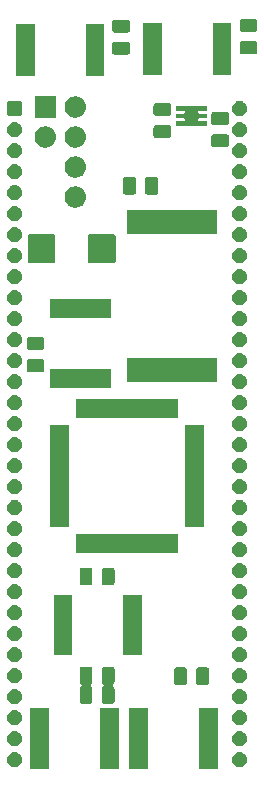
<source format=gbr>
G04 #@! TF.GenerationSoftware,KiCad,Pcbnew,(5.1.2)-1*
G04 #@! TF.CreationDate,2019-12-23T21:44:58-05:00*
G04 #@! TF.ProjectId,C64CPLA,43363443-504c-4412-9e6b-696361645f70,rev?*
G04 #@! TF.SameCoordinates,Original*
G04 #@! TF.FileFunction,Soldermask,Top*
G04 #@! TF.FilePolarity,Negative*
%FSLAX46Y46*%
G04 Gerber Fmt 4.6, Leading zero omitted, Abs format (unit mm)*
G04 Created by KiCad (PCBNEW (5.1.2)-1) date 2019-12-23 21:44:58*
%MOMM*%
%LPD*%
G04 APERTURE LIST*
%ADD10C,0.100000*%
G04 APERTURE END LIST*
D10*
G36*
X111193000Y-106691000D02*
G01*
X109591000Y-106691000D01*
X109591000Y-101589000D01*
X111193000Y-101589000D01*
X111193000Y-106691000D01*
X111193000Y-106691000D01*
G37*
G36*
X105293000Y-106691000D02*
G01*
X103691000Y-106691000D01*
X103691000Y-101589000D01*
X105293000Y-101589000D01*
X105293000Y-106691000D01*
X105293000Y-106691000D01*
G37*
G36*
X102811000Y-106691000D02*
G01*
X101209000Y-106691000D01*
X101209000Y-101589000D01*
X102811000Y-101589000D01*
X102811000Y-106691000D01*
X102811000Y-106691000D01*
G37*
G36*
X96911000Y-106691000D02*
G01*
X95309000Y-106691000D01*
X95309000Y-101589000D01*
X96911000Y-101589000D01*
X96911000Y-106691000D01*
X96911000Y-106691000D01*
G37*
G36*
X113219890Y-105292017D02*
G01*
X113338364Y-105341091D01*
X113444988Y-105412335D01*
X113535665Y-105503012D01*
X113606909Y-105609636D01*
X113655983Y-105728110D01*
X113681000Y-105853882D01*
X113681000Y-105982118D01*
X113655983Y-106107890D01*
X113606909Y-106226364D01*
X113535665Y-106332988D01*
X113444988Y-106423665D01*
X113338364Y-106494909D01*
X113338363Y-106494910D01*
X113338362Y-106494910D01*
X113219890Y-106543983D01*
X113094119Y-106569000D01*
X112965881Y-106569000D01*
X112840110Y-106543983D01*
X112721638Y-106494910D01*
X112721637Y-106494910D01*
X112721636Y-106494909D01*
X112615012Y-106423665D01*
X112524335Y-106332988D01*
X112453091Y-106226364D01*
X112404017Y-106107890D01*
X112379000Y-105982118D01*
X112379000Y-105853882D01*
X112404017Y-105728110D01*
X112453091Y-105609636D01*
X112524335Y-105503012D01*
X112615012Y-105412335D01*
X112721636Y-105341091D01*
X112840110Y-105292017D01*
X112965881Y-105267000D01*
X113094119Y-105267000D01*
X113219890Y-105292017D01*
X113219890Y-105292017D01*
G37*
G36*
X94169890Y-105292017D02*
G01*
X94288364Y-105341091D01*
X94394988Y-105412335D01*
X94485665Y-105503012D01*
X94556909Y-105609636D01*
X94605983Y-105728110D01*
X94631000Y-105853882D01*
X94631000Y-105982118D01*
X94605983Y-106107890D01*
X94556909Y-106226364D01*
X94485665Y-106332988D01*
X94394988Y-106423665D01*
X94288364Y-106494909D01*
X94288363Y-106494910D01*
X94288362Y-106494910D01*
X94169890Y-106543983D01*
X94044119Y-106569000D01*
X93915881Y-106569000D01*
X93790110Y-106543983D01*
X93671638Y-106494910D01*
X93671637Y-106494910D01*
X93671636Y-106494909D01*
X93565012Y-106423665D01*
X93474335Y-106332988D01*
X93403091Y-106226364D01*
X93354017Y-106107890D01*
X93329000Y-105982118D01*
X93329000Y-105853882D01*
X93354017Y-105728110D01*
X93403091Y-105609636D01*
X93474335Y-105503012D01*
X93565012Y-105412335D01*
X93671636Y-105341091D01*
X93790110Y-105292017D01*
X93915881Y-105267000D01*
X94044119Y-105267000D01*
X94169890Y-105292017D01*
X94169890Y-105292017D01*
G37*
G36*
X94169890Y-103514017D02*
G01*
X94288364Y-103563091D01*
X94394988Y-103634335D01*
X94485665Y-103725012D01*
X94556909Y-103831636D01*
X94605983Y-103950110D01*
X94631000Y-104075882D01*
X94631000Y-104204118D01*
X94605983Y-104329890D01*
X94556909Y-104448364D01*
X94485665Y-104554988D01*
X94394988Y-104645665D01*
X94288364Y-104716909D01*
X94288363Y-104716910D01*
X94288362Y-104716910D01*
X94169890Y-104765983D01*
X94044119Y-104791000D01*
X93915881Y-104791000D01*
X93790110Y-104765983D01*
X93671638Y-104716910D01*
X93671637Y-104716910D01*
X93671636Y-104716909D01*
X93565012Y-104645665D01*
X93474335Y-104554988D01*
X93403091Y-104448364D01*
X93354017Y-104329890D01*
X93329000Y-104204118D01*
X93329000Y-104075882D01*
X93354017Y-103950110D01*
X93403091Y-103831636D01*
X93474335Y-103725012D01*
X93565012Y-103634335D01*
X93671636Y-103563091D01*
X93790110Y-103514017D01*
X93915881Y-103489000D01*
X94044119Y-103489000D01*
X94169890Y-103514017D01*
X94169890Y-103514017D01*
G37*
G36*
X113219890Y-103514017D02*
G01*
X113338364Y-103563091D01*
X113444988Y-103634335D01*
X113535665Y-103725012D01*
X113606909Y-103831636D01*
X113655983Y-103950110D01*
X113681000Y-104075882D01*
X113681000Y-104204118D01*
X113655983Y-104329890D01*
X113606909Y-104448364D01*
X113535665Y-104554988D01*
X113444988Y-104645665D01*
X113338364Y-104716909D01*
X113338363Y-104716910D01*
X113338362Y-104716910D01*
X113219890Y-104765983D01*
X113094119Y-104791000D01*
X112965881Y-104791000D01*
X112840110Y-104765983D01*
X112721638Y-104716910D01*
X112721637Y-104716910D01*
X112721636Y-104716909D01*
X112615012Y-104645665D01*
X112524335Y-104554988D01*
X112453091Y-104448364D01*
X112404017Y-104329890D01*
X112379000Y-104204118D01*
X112379000Y-104075882D01*
X112404017Y-103950110D01*
X112453091Y-103831636D01*
X112524335Y-103725012D01*
X112615012Y-103634335D01*
X112721636Y-103563091D01*
X112840110Y-103514017D01*
X112965881Y-103489000D01*
X113094119Y-103489000D01*
X113219890Y-103514017D01*
X113219890Y-103514017D01*
G37*
G36*
X113219890Y-101736017D02*
G01*
X113338364Y-101785091D01*
X113444988Y-101856335D01*
X113535665Y-101947012D01*
X113606909Y-102053636D01*
X113655983Y-102172110D01*
X113681000Y-102297882D01*
X113681000Y-102426118D01*
X113655983Y-102551890D01*
X113606909Y-102670364D01*
X113535665Y-102776988D01*
X113444988Y-102867665D01*
X113338364Y-102938909D01*
X113338363Y-102938910D01*
X113338362Y-102938910D01*
X113219890Y-102987983D01*
X113094119Y-103013000D01*
X112965881Y-103013000D01*
X112840110Y-102987983D01*
X112721638Y-102938910D01*
X112721637Y-102938910D01*
X112721636Y-102938909D01*
X112615012Y-102867665D01*
X112524335Y-102776988D01*
X112453091Y-102670364D01*
X112404017Y-102551890D01*
X112379000Y-102426118D01*
X112379000Y-102297882D01*
X112404017Y-102172110D01*
X112453091Y-102053636D01*
X112524335Y-101947012D01*
X112615012Y-101856335D01*
X112721636Y-101785091D01*
X112840110Y-101736017D01*
X112965881Y-101711000D01*
X113094119Y-101711000D01*
X113219890Y-101736017D01*
X113219890Y-101736017D01*
G37*
G36*
X94169890Y-101736017D02*
G01*
X94288364Y-101785091D01*
X94394988Y-101856335D01*
X94485665Y-101947012D01*
X94556909Y-102053636D01*
X94605983Y-102172110D01*
X94631000Y-102297882D01*
X94631000Y-102426118D01*
X94605983Y-102551890D01*
X94556909Y-102670364D01*
X94485665Y-102776988D01*
X94394988Y-102867665D01*
X94288364Y-102938909D01*
X94288363Y-102938910D01*
X94288362Y-102938910D01*
X94169890Y-102987983D01*
X94044119Y-103013000D01*
X93915881Y-103013000D01*
X93790110Y-102987983D01*
X93671638Y-102938910D01*
X93671637Y-102938910D01*
X93671636Y-102938909D01*
X93565012Y-102867665D01*
X93474335Y-102776988D01*
X93403091Y-102670364D01*
X93354017Y-102551890D01*
X93329000Y-102426118D01*
X93329000Y-102297882D01*
X93354017Y-102172110D01*
X93403091Y-102053636D01*
X93474335Y-101947012D01*
X93565012Y-101856335D01*
X93671636Y-101785091D01*
X93790110Y-101736017D01*
X93915881Y-101711000D01*
X94044119Y-101711000D01*
X94169890Y-101736017D01*
X94169890Y-101736017D01*
G37*
G36*
X113219890Y-99958017D02*
G01*
X113338364Y-100007091D01*
X113444988Y-100078335D01*
X113535665Y-100169012D01*
X113606909Y-100275636D01*
X113655983Y-100394110D01*
X113681000Y-100519882D01*
X113681000Y-100648118D01*
X113655983Y-100773890D01*
X113606909Y-100892364D01*
X113535665Y-100998988D01*
X113444988Y-101089665D01*
X113338364Y-101160909D01*
X113338363Y-101160910D01*
X113338362Y-101160910D01*
X113219890Y-101209983D01*
X113094119Y-101235000D01*
X112965881Y-101235000D01*
X112840110Y-101209983D01*
X112721638Y-101160910D01*
X112721637Y-101160910D01*
X112721636Y-101160909D01*
X112615012Y-101089665D01*
X112524335Y-100998988D01*
X112453091Y-100892364D01*
X112404017Y-100773890D01*
X112379000Y-100648118D01*
X112379000Y-100519882D01*
X112404017Y-100394110D01*
X112453091Y-100275636D01*
X112524335Y-100169012D01*
X112615012Y-100078335D01*
X112721636Y-100007091D01*
X112840110Y-99958017D01*
X112965881Y-99933000D01*
X113094119Y-99933000D01*
X113219890Y-99958017D01*
X113219890Y-99958017D01*
G37*
G36*
X94169890Y-99958017D02*
G01*
X94288364Y-100007091D01*
X94394988Y-100078335D01*
X94485665Y-100169012D01*
X94556909Y-100275636D01*
X94605983Y-100394110D01*
X94631000Y-100519882D01*
X94631000Y-100648118D01*
X94605983Y-100773890D01*
X94556909Y-100892364D01*
X94485665Y-100998988D01*
X94394988Y-101089665D01*
X94288364Y-101160909D01*
X94288363Y-101160910D01*
X94288362Y-101160910D01*
X94169890Y-101209983D01*
X94044119Y-101235000D01*
X93915881Y-101235000D01*
X93790110Y-101209983D01*
X93671638Y-101160910D01*
X93671637Y-101160910D01*
X93671636Y-101160909D01*
X93565012Y-101089665D01*
X93474335Y-100998988D01*
X93403091Y-100892364D01*
X93354017Y-100773890D01*
X93329000Y-100648118D01*
X93329000Y-100519882D01*
X93354017Y-100394110D01*
X93403091Y-100275636D01*
X93474335Y-100169012D01*
X93565012Y-100078335D01*
X93671636Y-100007091D01*
X93790110Y-99958017D01*
X93915881Y-99933000D01*
X94044119Y-99933000D01*
X94169890Y-99958017D01*
X94169890Y-99958017D01*
G37*
G36*
X100399468Y-98059565D02*
G01*
X100438138Y-98071296D01*
X100473777Y-98090346D01*
X100505017Y-98115983D01*
X100530654Y-98147223D01*
X100549704Y-98182862D01*
X100561435Y-98221532D01*
X100566000Y-98267888D01*
X100566000Y-99344112D01*
X100561435Y-99390468D01*
X100549704Y-99429138D01*
X100530654Y-99464777D01*
X100505017Y-99496017D01*
X100473135Y-99522181D01*
X100454137Y-99534875D01*
X100436811Y-99552203D01*
X100423197Y-99572577D01*
X100413820Y-99595216D01*
X100409040Y-99619249D01*
X100409040Y-99643753D01*
X100413821Y-99667787D01*
X100423198Y-99690425D01*
X100436812Y-99710800D01*
X100454140Y-99728126D01*
X100473135Y-99740819D01*
X100505017Y-99766983D01*
X100530654Y-99798223D01*
X100549704Y-99833862D01*
X100561435Y-99872532D01*
X100566000Y-99918888D01*
X100566000Y-100995112D01*
X100561435Y-101041468D01*
X100549704Y-101080138D01*
X100530654Y-101115777D01*
X100505017Y-101147017D01*
X100473777Y-101172654D01*
X100438138Y-101191704D01*
X100399468Y-101203435D01*
X100353112Y-101208000D01*
X99701888Y-101208000D01*
X99655532Y-101203435D01*
X99616862Y-101191704D01*
X99581223Y-101172654D01*
X99549983Y-101147017D01*
X99524346Y-101115777D01*
X99505296Y-101080138D01*
X99493565Y-101041468D01*
X99489000Y-100995112D01*
X99489000Y-99918888D01*
X99493565Y-99872532D01*
X99505296Y-99833862D01*
X99524346Y-99798223D01*
X99549983Y-99766983D01*
X99581865Y-99740819D01*
X99600863Y-99728125D01*
X99618189Y-99710797D01*
X99631803Y-99690423D01*
X99641180Y-99667784D01*
X99645960Y-99643751D01*
X99645960Y-99619247D01*
X99641179Y-99595213D01*
X99631802Y-99572575D01*
X99618188Y-99552200D01*
X99600860Y-99534874D01*
X99581865Y-99522181D01*
X99549983Y-99496017D01*
X99524346Y-99464777D01*
X99505296Y-99429138D01*
X99493565Y-99390468D01*
X99489000Y-99344112D01*
X99489000Y-98267888D01*
X99493565Y-98221532D01*
X99505296Y-98182862D01*
X99524346Y-98147223D01*
X99549983Y-98115983D01*
X99581223Y-98090346D01*
X99616862Y-98071296D01*
X99655532Y-98059565D01*
X99701888Y-98055000D01*
X100353112Y-98055000D01*
X100399468Y-98059565D01*
X100399468Y-98059565D01*
G37*
G36*
X102274468Y-98059565D02*
G01*
X102313138Y-98071296D01*
X102348777Y-98090346D01*
X102380017Y-98115983D01*
X102405654Y-98147223D01*
X102424704Y-98182862D01*
X102436435Y-98221532D01*
X102441000Y-98267888D01*
X102441000Y-99344112D01*
X102436435Y-99390468D01*
X102424704Y-99429138D01*
X102405654Y-99464777D01*
X102380017Y-99496017D01*
X102348135Y-99522181D01*
X102329137Y-99534875D01*
X102311811Y-99552203D01*
X102298197Y-99572577D01*
X102288820Y-99595216D01*
X102284040Y-99619249D01*
X102284040Y-99643753D01*
X102288821Y-99667787D01*
X102298198Y-99690425D01*
X102311812Y-99710800D01*
X102329140Y-99728126D01*
X102348135Y-99740819D01*
X102380017Y-99766983D01*
X102405654Y-99798223D01*
X102424704Y-99833862D01*
X102436435Y-99872532D01*
X102441000Y-99918888D01*
X102441000Y-100995112D01*
X102436435Y-101041468D01*
X102424704Y-101080138D01*
X102405654Y-101115777D01*
X102380017Y-101147017D01*
X102348777Y-101172654D01*
X102313138Y-101191704D01*
X102274468Y-101203435D01*
X102228112Y-101208000D01*
X101576888Y-101208000D01*
X101530532Y-101203435D01*
X101491862Y-101191704D01*
X101456223Y-101172654D01*
X101424983Y-101147017D01*
X101399346Y-101115777D01*
X101380296Y-101080138D01*
X101368565Y-101041468D01*
X101364000Y-100995112D01*
X101364000Y-99918888D01*
X101368565Y-99872532D01*
X101380296Y-99833862D01*
X101399346Y-99798223D01*
X101424983Y-99766983D01*
X101456865Y-99740819D01*
X101475863Y-99728125D01*
X101493189Y-99710797D01*
X101506803Y-99690423D01*
X101516180Y-99667784D01*
X101520960Y-99643751D01*
X101520960Y-99619247D01*
X101516179Y-99595213D01*
X101506802Y-99572575D01*
X101493188Y-99552200D01*
X101475860Y-99534874D01*
X101456865Y-99522181D01*
X101424983Y-99496017D01*
X101399346Y-99464777D01*
X101380296Y-99429138D01*
X101368565Y-99390468D01*
X101364000Y-99344112D01*
X101364000Y-98267888D01*
X101368565Y-98221532D01*
X101380296Y-98182862D01*
X101399346Y-98147223D01*
X101424983Y-98115983D01*
X101456223Y-98090346D01*
X101491862Y-98071296D01*
X101530532Y-98059565D01*
X101576888Y-98055000D01*
X102228112Y-98055000D01*
X102274468Y-98059565D01*
X102274468Y-98059565D01*
G37*
G36*
X108400468Y-98123065D02*
G01*
X108439138Y-98134796D01*
X108474777Y-98153846D01*
X108506017Y-98179483D01*
X108531654Y-98210723D01*
X108550704Y-98246362D01*
X108562435Y-98285032D01*
X108567000Y-98331388D01*
X108567000Y-99407612D01*
X108562435Y-99453968D01*
X108550704Y-99492638D01*
X108531654Y-99528277D01*
X108506017Y-99559517D01*
X108474777Y-99585154D01*
X108439138Y-99604204D01*
X108400468Y-99615935D01*
X108354112Y-99620500D01*
X107702888Y-99620500D01*
X107656532Y-99615935D01*
X107617862Y-99604204D01*
X107582223Y-99585154D01*
X107550983Y-99559517D01*
X107525346Y-99528277D01*
X107506296Y-99492638D01*
X107494565Y-99453968D01*
X107490000Y-99407612D01*
X107490000Y-98331388D01*
X107494565Y-98285032D01*
X107506296Y-98246362D01*
X107525346Y-98210723D01*
X107550983Y-98179483D01*
X107582223Y-98153846D01*
X107617862Y-98134796D01*
X107656532Y-98123065D01*
X107702888Y-98118500D01*
X108354112Y-98118500D01*
X108400468Y-98123065D01*
X108400468Y-98123065D01*
G37*
G36*
X110275468Y-98123065D02*
G01*
X110314138Y-98134796D01*
X110349777Y-98153846D01*
X110381017Y-98179483D01*
X110406654Y-98210723D01*
X110425704Y-98246362D01*
X110437435Y-98285032D01*
X110442000Y-98331388D01*
X110442000Y-99407612D01*
X110437435Y-99453968D01*
X110425704Y-99492638D01*
X110406654Y-99528277D01*
X110381017Y-99559517D01*
X110349777Y-99585154D01*
X110314138Y-99604204D01*
X110275468Y-99615935D01*
X110229112Y-99620500D01*
X109577888Y-99620500D01*
X109531532Y-99615935D01*
X109492862Y-99604204D01*
X109457223Y-99585154D01*
X109425983Y-99559517D01*
X109400346Y-99528277D01*
X109381296Y-99492638D01*
X109369565Y-99453968D01*
X109365000Y-99407612D01*
X109365000Y-98331388D01*
X109369565Y-98285032D01*
X109381296Y-98246362D01*
X109400346Y-98210723D01*
X109425983Y-98179483D01*
X109457223Y-98153846D01*
X109492862Y-98134796D01*
X109531532Y-98123065D01*
X109577888Y-98118500D01*
X110229112Y-98118500D01*
X110275468Y-98123065D01*
X110275468Y-98123065D01*
G37*
G36*
X94088747Y-98163877D02*
G01*
X94169890Y-98180017D01*
X94288364Y-98229091D01*
X94394988Y-98300335D01*
X94485665Y-98391012D01*
X94556909Y-98497636D01*
X94605983Y-98616110D01*
X94631000Y-98741882D01*
X94631000Y-98870118D01*
X94605983Y-98995890D01*
X94556909Y-99114364D01*
X94485665Y-99220988D01*
X94394988Y-99311665D01*
X94288364Y-99382909D01*
X94288363Y-99382910D01*
X94288362Y-99382910D01*
X94169890Y-99431983D01*
X94044119Y-99457000D01*
X93915881Y-99457000D01*
X93790110Y-99431983D01*
X93671638Y-99382910D01*
X93671637Y-99382910D01*
X93671636Y-99382909D01*
X93565012Y-99311665D01*
X93474335Y-99220988D01*
X93403091Y-99114364D01*
X93354017Y-98995890D01*
X93329000Y-98870118D01*
X93329000Y-98741882D01*
X93354017Y-98616110D01*
X93403091Y-98497636D01*
X93474335Y-98391012D01*
X93565012Y-98300335D01*
X93671636Y-98229091D01*
X93790110Y-98180017D01*
X93871253Y-98163877D01*
X93915881Y-98155000D01*
X94044119Y-98155000D01*
X94088747Y-98163877D01*
X94088747Y-98163877D01*
G37*
G36*
X113138747Y-98163877D02*
G01*
X113219890Y-98180017D01*
X113338364Y-98229091D01*
X113444988Y-98300335D01*
X113535665Y-98391012D01*
X113606909Y-98497636D01*
X113655983Y-98616110D01*
X113681000Y-98741882D01*
X113681000Y-98870118D01*
X113655983Y-98995890D01*
X113606909Y-99114364D01*
X113535665Y-99220988D01*
X113444988Y-99311665D01*
X113338364Y-99382909D01*
X113338363Y-99382910D01*
X113338362Y-99382910D01*
X113219890Y-99431983D01*
X113094119Y-99457000D01*
X112965881Y-99457000D01*
X112840110Y-99431983D01*
X112721638Y-99382910D01*
X112721637Y-99382910D01*
X112721636Y-99382909D01*
X112615012Y-99311665D01*
X112524335Y-99220988D01*
X112453091Y-99114364D01*
X112404017Y-98995890D01*
X112379000Y-98870118D01*
X112379000Y-98741882D01*
X112404017Y-98616110D01*
X112453091Y-98497636D01*
X112524335Y-98391012D01*
X112615012Y-98300335D01*
X112721636Y-98229091D01*
X112840110Y-98180017D01*
X112921253Y-98163877D01*
X112965881Y-98155000D01*
X113094119Y-98155000D01*
X113138747Y-98163877D01*
X113138747Y-98163877D01*
G37*
G36*
X113219890Y-96402017D02*
G01*
X113338364Y-96451091D01*
X113444988Y-96522335D01*
X113535665Y-96613012D01*
X113606909Y-96719636D01*
X113655983Y-96838110D01*
X113681000Y-96963882D01*
X113681000Y-97092118D01*
X113655983Y-97217890D01*
X113606909Y-97336364D01*
X113535665Y-97442988D01*
X113444988Y-97533665D01*
X113338364Y-97604909D01*
X113338363Y-97604910D01*
X113338362Y-97604910D01*
X113219890Y-97653983D01*
X113094119Y-97679000D01*
X112965881Y-97679000D01*
X112840110Y-97653983D01*
X112721638Y-97604910D01*
X112721637Y-97604910D01*
X112721636Y-97604909D01*
X112615012Y-97533665D01*
X112524335Y-97442988D01*
X112453091Y-97336364D01*
X112404017Y-97217890D01*
X112379000Y-97092118D01*
X112379000Y-96963882D01*
X112404017Y-96838110D01*
X112453091Y-96719636D01*
X112524335Y-96613012D01*
X112615012Y-96522335D01*
X112721636Y-96451091D01*
X112840110Y-96402017D01*
X112965881Y-96377000D01*
X113094119Y-96377000D01*
X113219890Y-96402017D01*
X113219890Y-96402017D01*
G37*
G36*
X94169890Y-96402017D02*
G01*
X94288364Y-96451091D01*
X94394988Y-96522335D01*
X94485665Y-96613012D01*
X94556909Y-96719636D01*
X94605983Y-96838110D01*
X94631000Y-96963882D01*
X94631000Y-97092118D01*
X94605983Y-97217890D01*
X94556909Y-97336364D01*
X94485665Y-97442988D01*
X94394988Y-97533665D01*
X94288364Y-97604909D01*
X94288363Y-97604910D01*
X94288362Y-97604910D01*
X94169890Y-97653983D01*
X94044119Y-97679000D01*
X93915881Y-97679000D01*
X93790110Y-97653983D01*
X93671638Y-97604910D01*
X93671637Y-97604910D01*
X93671636Y-97604909D01*
X93565012Y-97533665D01*
X93474335Y-97442988D01*
X93403091Y-97336364D01*
X93354017Y-97217890D01*
X93329000Y-97092118D01*
X93329000Y-96963882D01*
X93354017Y-96838110D01*
X93403091Y-96719636D01*
X93474335Y-96613012D01*
X93565012Y-96522335D01*
X93671636Y-96451091D01*
X93790110Y-96402017D01*
X93915881Y-96377000D01*
X94044119Y-96377000D01*
X94169890Y-96402017D01*
X94169890Y-96402017D01*
G37*
G36*
X98879500Y-97102500D02*
G01*
X97277500Y-97102500D01*
X97277500Y-92000500D01*
X98879500Y-92000500D01*
X98879500Y-97102500D01*
X98879500Y-97102500D01*
G37*
G36*
X104779500Y-97102500D02*
G01*
X103177500Y-97102500D01*
X103177500Y-92000500D01*
X104779500Y-92000500D01*
X104779500Y-97102500D01*
X104779500Y-97102500D01*
G37*
G36*
X113219890Y-94624017D02*
G01*
X113338364Y-94673091D01*
X113444988Y-94744335D01*
X113535665Y-94835012D01*
X113606909Y-94941636D01*
X113655983Y-95060110D01*
X113681000Y-95185882D01*
X113681000Y-95314118D01*
X113655983Y-95439890D01*
X113606909Y-95558364D01*
X113535665Y-95664988D01*
X113444988Y-95755665D01*
X113338364Y-95826909D01*
X113338363Y-95826910D01*
X113338362Y-95826910D01*
X113219890Y-95875983D01*
X113094119Y-95901000D01*
X112965881Y-95901000D01*
X112840110Y-95875983D01*
X112721638Y-95826910D01*
X112721637Y-95826910D01*
X112721636Y-95826909D01*
X112615012Y-95755665D01*
X112524335Y-95664988D01*
X112453091Y-95558364D01*
X112404017Y-95439890D01*
X112379000Y-95314118D01*
X112379000Y-95185882D01*
X112404017Y-95060110D01*
X112453091Y-94941636D01*
X112524335Y-94835012D01*
X112615012Y-94744335D01*
X112721636Y-94673091D01*
X112840110Y-94624017D01*
X112965881Y-94599000D01*
X113094119Y-94599000D01*
X113219890Y-94624017D01*
X113219890Y-94624017D01*
G37*
G36*
X94169890Y-94624017D02*
G01*
X94288364Y-94673091D01*
X94394988Y-94744335D01*
X94485665Y-94835012D01*
X94556909Y-94941636D01*
X94605983Y-95060110D01*
X94631000Y-95185882D01*
X94631000Y-95314118D01*
X94605983Y-95439890D01*
X94556909Y-95558364D01*
X94485665Y-95664988D01*
X94394988Y-95755665D01*
X94288364Y-95826909D01*
X94288363Y-95826910D01*
X94288362Y-95826910D01*
X94169890Y-95875983D01*
X94044119Y-95901000D01*
X93915881Y-95901000D01*
X93790110Y-95875983D01*
X93671638Y-95826910D01*
X93671637Y-95826910D01*
X93671636Y-95826909D01*
X93565012Y-95755665D01*
X93474335Y-95664988D01*
X93403091Y-95558364D01*
X93354017Y-95439890D01*
X93329000Y-95314118D01*
X93329000Y-95185882D01*
X93354017Y-95060110D01*
X93403091Y-94941636D01*
X93474335Y-94835012D01*
X93565012Y-94744335D01*
X93671636Y-94673091D01*
X93790110Y-94624017D01*
X93915881Y-94599000D01*
X94044119Y-94599000D01*
X94169890Y-94624017D01*
X94169890Y-94624017D01*
G37*
G36*
X94169890Y-92846017D02*
G01*
X94288364Y-92895091D01*
X94394988Y-92966335D01*
X94485665Y-93057012D01*
X94556909Y-93163636D01*
X94605983Y-93282110D01*
X94631000Y-93407882D01*
X94631000Y-93536118D01*
X94605983Y-93661890D01*
X94556909Y-93780364D01*
X94485665Y-93886988D01*
X94394988Y-93977665D01*
X94288364Y-94048909D01*
X94288363Y-94048910D01*
X94288362Y-94048910D01*
X94169890Y-94097983D01*
X94044119Y-94123000D01*
X93915881Y-94123000D01*
X93790110Y-94097983D01*
X93671638Y-94048910D01*
X93671637Y-94048910D01*
X93671636Y-94048909D01*
X93565012Y-93977665D01*
X93474335Y-93886988D01*
X93403091Y-93780364D01*
X93354017Y-93661890D01*
X93329000Y-93536118D01*
X93329000Y-93407882D01*
X93354017Y-93282110D01*
X93403091Y-93163636D01*
X93474335Y-93057012D01*
X93565012Y-92966335D01*
X93671636Y-92895091D01*
X93790110Y-92846017D01*
X93915881Y-92821000D01*
X94044119Y-92821000D01*
X94169890Y-92846017D01*
X94169890Y-92846017D01*
G37*
G36*
X113219890Y-92846017D02*
G01*
X113338364Y-92895091D01*
X113444988Y-92966335D01*
X113535665Y-93057012D01*
X113606909Y-93163636D01*
X113655983Y-93282110D01*
X113681000Y-93407882D01*
X113681000Y-93536118D01*
X113655983Y-93661890D01*
X113606909Y-93780364D01*
X113535665Y-93886988D01*
X113444988Y-93977665D01*
X113338364Y-94048909D01*
X113338363Y-94048910D01*
X113338362Y-94048910D01*
X113219890Y-94097983D01*
X113094119Y-94123000D01*
X112965881Y-94123000D01*
X112840110Y-94097983D01*
X112721638Y-94048910D01*
X112721637Y-94048910D01*
X112721636Y-94048909D01*
X112615012Y-93977665D01*
X112524335Y-93886988D01*
X112453091Y-93780364D01*
X112404017Y-93661890D01*
X112379000Y-93536118D01*
X112379000Y-93407882D01*
X112404017Y-93282110D01*
X112453091Y-93163636D01*
X112524335Y-93057012D01*
X112615012Y-92966335D01*
X112721636Y-92895091D01*
X112840110Y-92846017D01*
X112965881Y-92821000D01*
X113094119Y-92821000D01*
X113219890Y-92846017D01*
X113219890Y-92846017D01*
G37*
G36*
X113219890Y-91068017D02*
G01*
X113255524Y-91082777D01*
X113338364Y-91117091D01*
X113444988Y-91188335D01*
X113535665Y-91279012D01*
X113606909Y-91385636D01*
X113655983Y-91504110D01*
X113681000Y-91629882D01*
X113681000Y-91758118D01*
X113655983Y-91883890D01*
X113606909Y-92002364D01*
X113535665Y-92108988D01*
X113444988Y-92199665D01*
X113338364Y-92270909D01*
X113338363Y-92270910D01*
X113338362Y-92270910D01*
X113219890Y-92319983D01*
X113094119Y-92345000D01*
X112965881Y-92345000D01*
X112840110Y-92319983D01*
X112721638Y-92270910D01*
X112721637Y-92270910D01*
X112721636Y-92270909D01*
X112615012Y-92199665D01*
X112524335Y-92108988D01*
X112453091Y-92002364D01*
X112404017Y-91883890D01*
X112379000Y-91758118D01*
X112379000Y-91629882D01*
X112404017Y-91504110D01*
X112453091Y-91385636D01*
X112524335Y-91279012D01*
X112615012Y-91188335D01*
X112721636Y-91117091D01*
X112804477Y-91082777D01*
X112840110Y-91068017D01*
X112965881Y-91043000D01*
X113094119Y-91043000D01*
X113219890Y-91068017D01*
X113219890Y-91068017D01*
G37*
G36*
X94169890Y-91068017D02*
G01*
X94205524Y-91082777D01*
X94288364Y-91117091D01*
X94394988Y-91188335D01*
X94485665Y-91279012D01*
X94556909Y-91385636D01*
X94605983Y-91504110D01*
X94631000Y-91629882D01*
X94631000Y-91758118D01*
X94605983Y-91883890D01*
X94556909Y-92002364D01*
X94485665Y-92108988D01*
X94394988Y-92199665D01*
X94288364Y-92270909D01*
X94288363Y-92270910D01*
X94288362Y-92270910D01*
X94169890Y-92319983D01*
X94044119Y-92345000D01*
X93915881Y-92345000D01*
X93790110Y-92319983D01*
X93671638Y-92270910D01*
X93671637Y-92270910D01*
X93671636Y-92270909D01*
X93565012Y-92199665D01*
X93474335Y-92108988D01*
X93403091Y-92002364D01*
X93354017Y-91883890D01*
X93329000Y-91758118D01*
X93329000Y-91629882D01*
X93354017Y-91504110D01*
X93403091Y-91385636D01*
X93474335Y-91279012D01*
X93565012Y-91188335D01*
X93671636Y-91117091D01*
X93754477Y-91082777D01*
X93790110Y-91068017D01*
X93915881Y-91043000D01*
X94044119Y-91043000D01*
X94169890Y-91068017D01*
X94169890Y-91068017D01*
G37*
G36*
X102274468Y-89677565D02*
G01*
X102313138Y-89689296D01*
X102348777Y-89708346D01*
X102380017Y-89733983D01*
X102405654Y-89765223D01*
X102424704Y-89800862D01*
X102436435Y-89839532D01*
X102441000Y-89885888D01*
X102441000Y-90962112D01*
X102436435Y-91008468D01*
X102424704Y-91047138D01*
X102405654Y-91082777D01*
X102380017Y-91114017D01*
X102348777Y-91139654D01*
X102313138Y-91158704D01*
X102274468Y-91170435D01*
X102228112Y-91175000D01*
X101576888Y-91175000D01*
X101530532Y-91170435D01*
X101491862Y-91158704D01*
X101456223Y-91139654D01*
X101424983Y-91114017D01*
X101399346Y-91082777D01*
X101380296Y-91047138D01*
X101368565Y-91008468D01*
X101364000Y-90962112D01*
X101364000Y-89885888D01*
X101368565Y-89839532D01*
X101380296Y-89800862D01*
X101399346Y-89765223D01*
X101424983Y-89733983D01*
X101456223Y-89708346D01*
X101491862Y-89689296D01*
X101530532Y-89677565D01*
X101576888Y-89673000D01*
X102228112Y-89673000D01*
X102274468Y-89677565D01*
X102274468Y-89677565D01*
G37*
G36*
X100399468Y-89677565D02*
G01*
X100438138Y-89689296D01*
X100473777Y-89708346D01*
X100505017Y-89733983D01*
X100530654Y-89765223D01*
X100549704Y-89800862D01*
X100561435Y-89839532D01*
X100566000Y-89885888D01*
X100566000Y-90962112D01*
X100561435Y-91008468D01*
X100549704Y-91047138D01*
X100530654Y-91082777D01*
X100505017Y-91114017D01*
X100473777Y-91139654D01*
X100438138Y-91158704D01*
X100399468Y-91170435D01*
X100353112Y-91175000D01*
X99701888Y-91175000D01*
X99655532Y-91170435D01*
X99616862Y-91158704D01*
X99581223Y-91139654D01*
X99549983Y-91114017D01*
X99524346Y-91082777D01*
X99505296Y-91047138D01*
X99493565Y-91008468D01*
X99489000Y-90962112D01*
X99489000Y-89885888D01*
X99493565Y-89839532D01*
X99505296Y-89800862D01*
X99524346Y-89765223D01*
X99549983Y-89733983D01*
X99581223Y-89708346D01*
X99616862Y-89689296D01*
X99655532Y-89677565D01*
X99701888Y-89673000D01*
X100353112Y-89673000D01*
X100399468Y-89677565D01*
X100399468Y-89677565D01*
G37*
G36*
X94169890Y-89290017D02*
G01*
X94288364Y-89339091D01*
X94394988Y-89410335D01*
X94485665Y-89501012D01*
X94556910Y-89607638D01*
X94605983Y-89726110D01*
X94628544Y-89839532D01*
X94631000Y-89851882D01*
X94631000Y-89980118D01*
X94605983Y-90105890D01*
X94556909Y-90224364D01*
X94485665Y-90330988D01*
X94394988Y-90421665D01*
X94288364Y-90492909D01*
X94288363Y-90492910D01*
X94288362Y-90492910D01*
X94169890Y-90541983D01*
X94044119Y-90567000D01*
X93915881Y-90567000D01*
X93790110Y-90541983D01*
X93671638Y-90492910D01*
X93671637Y-90492910D01*
X93671636Y-90492909D01*
X93565012Y-90421665D01*
X93474335Y-90330988D01*
X93403091Y-90224364D01*
X93354017Y-90105890D01*
X93329000Y-89980118D01*
X93329000Y-89851882D01*
X93331457Y-89839532D01*
X93354017Y-89726110D01*
X93403090Y-89607638D01*
X93474335Y-89501012D01*
X93565012Y-89410335D01*
X93671636Y-89339091D01*
X93790110Y-89290017D01*
X93915881Y-89265000D01*
X94044119Y-89265000D01*
X94169890Y-89290017D01*
X94169890Y-89290017D01*
G37*
G36*
X113219890Y-89290017D02*
G01*
X113338364Y-89339091D01*
X113444988Y-89410335D01*
X113535665Y-89501012D01*
X113606910Y-89607638D01*
X113655983Y-89726110D01*
X113678544Y-89839532D01*
X113681000Y-89851882D01*
X113681000Y-89980118D01*
X113655983Y-90105890D01*
X113606909Y-90224364D01*
X113535665Y-90330988D01*
X113444988Y-90421665D01*
X113338364Y-90492909D01*
X113338363Y-90492910D01*
X113338362Y-90492910D01*
X113219890Y-90541983D01*
X113094119Y-90567000D01*
X112965881Y-90567000D01*
X112840110Y-90541983D01*
X112721638Y-90492910D01*
X112721637Y-90492910D01*
X112721636Y-90492909D01*
X112615012Y-90421665D01*
X112524335Y-90330988D01*
X112453091Y-90224364D01*
X112404017Y-90105890D01*
X112379000Y-89980118D01*
X112379000Y-89851882D01*
X112381457Y-89839532D01*
X112404017Y-89726110D01*
X112453090Y-89607638D01*
X112524335Y-89501012D01*
X112615012Y-89410335D01*
X112721636Y-89339091D01*
X112840110Y-89290017D01*
X112965881Y-89265000D01*
X113094119Y-89265000D01*
X113219890Y-89290017D01*
X113219890Y-89290017D01*
G37*
G36*
X113219890Y-87512017D02*
G01*
X113338364Y-87561091D01*
X113444988Y-87632335D01*
X113535665Y-87723012D01*
X113606909Y-87829636D01*
X113655983Y-87948110D01*
X113681000Y-88073882D01*
X113681000Y-88202118D01*
X113655983Y-88327890D01*
X113606909Y-88446364D01*
X113535665Y-88552988D01*
X113444988Y-88643665D01*
X113338364Y-88714909D01*
X113338363Y-88714910D01*
X113338362Y-88714910D01*
X113219890Y-88763983D01*
X113094119Y-88789000D01*
X112965881Y-88789000D01*
X112840110Y-88763983D01*
X112721638Y-88714910D01*
X112721637Y-88714910D01*
X112721636Y-88714909D01*
X112615012Y-88643665D01*
X112524335Y-88552988D01*
X112453091Y-88446364D01*
X112404017Y-88327890D01*
X112379000Y-88202118D01*
X112379000Y-88073882D01*
X112404017Y-87948110D01*
X112453091Y-87829636D01*
X112524335Y-87723012D01*
X112615012Y-87632335D01*
X112721636Y-87561091D01*
X112840110Y-87512017D01*
X112965881Y-87487000D01*
X113094119Y-87487000D01*
X113219890Y-87512017D01*
X113219890Y-87512017D01*
G37*
G36*
X94169890Y-87512017D02*
G01*
X94288364Y-87561091D01*
X94394988Y-87632335D01*
X94485665Y-87723012D01*
X94556909Y-87829636D01*
X94605983Y-87948110D01*
X94631000Y-88073882D01*
X94631000Y-88202118D01*
X94605983Y-88327890D01*
X94556909Y-88446364D01*
X94485665Y-88552988D01*
X94394988Y-88643665D01*
X94288364Y-88714909D01*
X94288363Y-88714910D01*
X94288362Y-88714910D01*
X94169890Y-88763983D01*
X94044119Y-88789000D01*
X93915881Y-88789000D01*
X93790110Y-88763983D01*
X93671638Y-88714910D01*
X93671637Y-88714910D01*
X93671636Y-88714909D01*
X93565012Y-88643665D01*
X93474335Y-88552988D01*
X93403091Y-88446364D01*
X93354017Y-88327890D01*
X93329000Y-88202118D01*
X93329000Y-88073882D01*
X93354017Y-87948110D01*
X93403091Y-87829636D01*
X93474335Y-87723012D01*
X93565012Y-87632335D01*
X93671636Y-87561091D01*
X93790110Y-87512017D01*
X93915881Y-87487000D01*
X94044119Y-87487000D01*
X94169890Y-87512017D01*
X94169890Y-87512017D01*
G37*
G36*
X107831000Y-88416000D02*
G01*
X99179000Y-88416000D01*
X99179000Y-86814000D01*
X107831000Y-86814000D01*
X107831000Y-88416000D01*
X107831000Y-88416000D01*
G37*
G36*
X94169890Y-85734017D02*
G01*
X94288364Y-85783091D01*
X94394988Y-85854335D01*
X94485665Y-85945012D01*
X94556909Y-86051636D01*
X94605983Y-86170110D01*
X94631000Y-86295882D01*
X94631000Y-86424118D01*
X94605983Y-86549890D01*
X94556909Y-86668364D01*
X94485665Y-86774988D01*
X94394988Y-86865665D01*
X94288364Y-86936909D01*
X94288363Y-86936910D01*
X94288362Y-86936910D01*
X94169890Y-86985983D01*
X94044119Y-87011000D01*
X93915881Y-87011000D01*
X93790110Y-86985983D01*
X93671638Y-86936910D01*
X93671637Y-86936910D01*
X93671636Y-86936909D01*
X93565012Y-86865665D01*
X93474335Y-86774988D01*
X93403091Y-86668364D01*
X93354017Y-86549890D01*
X93329000Y-86424118D01*
X93329000Y-86295882D01*
X93354017Y-86170110D01*
X93403091Y-86051636D01*
X93474335Y-85945012D01*
X93565012Y-85854335D01*
X93671636Y-85783091D01*
X93790110Y-85734017D01*
X93915881Y-85709000D01*
X94044119Y-85709000D01*
X94169890Y-85734017D01*
X94169890Y-85734017D01*
G37*
G36*
X113219890Y-85734017D02*
G01*
X113338364Y-85783091D01*
X113444988Y-85854335D01*
X113535665Y-85945012D01*
X113606909Y-86051636D01*
X113655983Y-86170110D01*
X113681000Y-86295882D01*
X113681000Y-86424118D01*
X113655983Y-86549890D01*
X113606909Y-86668364D01*
X113535665Y-86774988D01*
X113444988Y-86865665D01*
X113338364Y-86936909D01*
X113338363Y-86936910D01*
X113338362Y-86936910D01*
X113219890Y-86985983D01*
X113094119Y-87011000D01*
X112965881Y-87011000D01*
X112840110Y-86985983D01*
X112721638Y-86936910D01*
X112721637Y-86936910D01*
X112721636Y-86936909D01*
X112615012Y-86865665D01*
X112524335Y-86774988D01*
X112453091Y-86668364D01*
X112404017Y-86549890D01*
X112379000Y-86424118D01*
X112379000Y-86295882D01*
X112404017Y-86170110D01*
X112453091Y-86051636D01*
X112524335Y-85945012D01*
X112615012Y-85854335D01*
X112721636Y-85783091D01*
X112840110Y-85734017D01*
X112965881Y-85709000D01*
X113094119Y-85709000D01*
X113219890Y-85734017D01*
X113219890Y-85734017D01*
G37*
G36*
X110006000Y-86241000D02*
G01*
X108404000Y-86241000D01*
X108404000Y-77589000D01*
X110006000Y-77589000D01*
X110006000Y-86241000D01*
X110006000Y-86241000D01*
G37*
G36*
X98606000Y-86241000D02*
G01*
X97004000Y-86241000D01*
X97004000Y-77589000D01*
X98606000Y-77589000D01*
X98606000Y-86241000D01*
X98606000Y-86241000D01*
G37*
G36*
X113219890Y-83956017D02*
G01*
X113299518Y-83989000D01*
X113338364Y-84005091D01*
X113444988Y-84076335D01*
X113535665Y-84167012D01*
X113606909Y-84273636D01*
X113655983Y-84392110D01*
X113681000Y-84517882D01*
X113681000Y-84646118D01*
X113655983Y-84771890D01*
X113606909Y-84890364D01*
X113535665Y-84996988D01*
X113444988Y-85087665D01*
X113338364Y-85158909D01*
X113338363Y-85158910D01*
X113338362Y-85158910D01*
X113219890Y-85207983D01*
X113094119Y-85233000D01*
X112965881Y-85233000D01*
X112840110Y-85207983D01*
X112721638Y-85158910D01*
X112721637Y-85158910D01*
X112721636Y-85158909D01*
X112615012Y-85087665D01*
X112524335Y-84996988D01*
X112453091Y-84890364D01*
X112404017Y-84771890D01*
X112379000Y-84646118D01*
X112379000Y-84517882D01*
X112404017Y-84392110D01*
X112453091Y-84273636D01*
X112524335Y-84167012D01*
X112615012Y-84076335D01*
X112721636Y-84005091D01*
X112760483Y-83989000D01*
X112840110Y-83956017D01*
X112965881Y-83931000D01*
X113094119Y-83931000D01*
X113219890Y-83956017D01*
X113219890Y-83956017D01*
G37*
G36*
X94169890Y-83956017D02*
G01*
X94249518Y-83989000D01*
X94288364Y-84005091D01*
X94394988Y-84076335D01*
X94485665Y-84167012D01*
X94556909Y-84273636D01*
X94605983Y-84392110D01*
X94631000Y-84517882D01*
X94631000Y-84646118D01*
X94605983Y-84771890D01*
X94556909Y-84890364D01*
X94485665Y-84996988D01*
X94394988Y-85087665D01*
X94288364Y-85158909D01*
X94288363Y-85158910D01*
X94288362Y-85158910D01*
X94169890Y-85207983D01*
X94044119Y-85233000D01*
X93915881Y-85233000D01*
X93790110Y-85207983D01*
X93671638Y-85158910D01*
X93671637Y-85158910D01*
X93671636Y-85158909D01*
X93565012Y-85087665D01*
X93474335Y-84996988D01*
X93403091Y-84890364D01*
X93354017Y-84771890D01*
X93329000Y-84646118D01*
X93329000Y-84517882D01*
X93354017Y-84392110D01*
X93403091Y-84273636D01*
X93474335Y-84167012D01*
X93565012Y-84076335D01*
X93671636Y-84005091D01*
X93710483Y-83989000D01*
X93790110Y-83956017D01*
X93915881Y-83931000D01*
X94044119Y-83931000D01*
X94169890Y-83956017D01*
X94169890Y-83956017D01*
G37*
G36*
X113219890Y-82178017D02*
G01*
X113338364Y-82227091D01*
X113444988Y-82298335D01*
X113535665Y-82389012D01*
X113606909Y-82495636D01*
X113655983Y-82614110D01*
X113681000Y-82739882D01*
X113681000Y-82868118D01*
X113655983Y-82993890D01*
X113606909Y-83112364D01*
X113535665Y-83218988D01*
X113444988Y-83309665D01*
X113338364Y-83380909D01*
X113338363Y-83380910D01*
X113338362Y-83380910D01*
X113219890Y-83429983D01*
X113094119Y-83455000D01*
X112965881Y-83455000D01*
X112840110Y-83429983D01*
X112721638Y-83380910D01*
X112721637Y-83380910D01*
X112721636Y-83380909D01*
X112615012Y-83309665D01*
X112524335Y-83218988D01*
X112453091Y-83112364D01*
X112404017Y-82993890D01*
X112379000Y-82868118D01*
X112379000Y-82739882D01*
X112404017Y-82614110D01*
X112453091Y-82495636D01*
X112524335Y-82389012D01*
X112615012Y-82298335D01*
X112721636Y-82227091D01*
X112840110Y-82178017D01*
X112965881Y-82153000D01*
X113094119Y-82153000D01*
X113219890Y-82178017D01*
X113219890Y-82178017D01*
G37*
G36*
X94169890Y-82178017D02*
G01*
X94288364Y-82227091D01*
X94394988Y-82298335D01*
X94485665Y-82389012D01*
X94556909Y-82495636D01*
X94605983Y-82614110D01*
X94631000Y-82739882D01*
X94631000Y-82868118D01*
X94605983Y-82993890D01*
X94556909Y-83112364D01*
X94485665Y-83218988D01*
X94394988Y-83309665D01*
X94288364Y-83380909D01*
X94288363Y-83380910D01*
X94288362Y-83380910D01*
X94169890Y-83429983D01*
X94044119Y-83455000D01*
X93915881Y-83455000D01*
X93790110Y-83429983D01*
X93671638Y-83380910D01*
X93671637Y-83380910D01*
X93671636Y-83380909D01*
X93565012Y-83309665D01*
X93474335Y-83218988D01*
X93403091Y-83112364D01*
X93354017Y-82993890D01*
X93329000Y-82868118D01*
X93329000Y-82739882D01*
X93354017Y-82614110D01*
X93403091Y-82495636D01*
X93474335Y-82389012D01*
X93565012Y-82298335D01*
X93671636Y-82227091D01*
X93790110Y-82178017D01*
X93915881Y-82153000D01*
X94044119Y-82153000D01*
X94169890Y-82178017D01*
X94169890Y-82178017D01*
G37*
G36*
X94169890Y-80400017D02*
G01*
X94288364Y-80449091D01*
X94394988Y-80520335D01*
X94485665Y-80611012D01*
X94556909Y-80717636D01*
X94605983Y-80836110D01*
X94631000Y-80961882D01*
X94631000Y-81090118D01*
X94605983Y-81215890D01*
X94556909Y-81334364D01*
X94485665Y-81440988D01*
X94394988Y-81531665D01*
X94288364Y-81602909D01*
X94288363Y-81602910D01*
X94288362Y-81602910D01*
X94169890Y-81651983D01*
X94044119Y-81677000D01*
X93915881Y-81677000D01*
X93790110Y-81651983D01*
X93671638Y-81602910D01*
X93671637Y-81602910D01*
X93671636Y-81602909D01*
X93565012Y-81531665D01*
X93474335Y-81440988D01*
X93403091Y-81334364D01*
X93354017Y-81215890D01*
X93329000Y-81090118D01*
X93329000Y-80961882D01*
X93354017Y-80836110D01*
X93403091Y-80717636D01*
X93474335Y-80611012D01*
X93565012Y-80520335D01*
X93671636Y-80449091D01*
X93790110Y-80400017D01*
X93915881Y-80375000D01*
X94044119Y-80375000D01*
X94169890Y-80400017D01*
X94169890Y-80400017D01*
G37*
G36*
X113219890Y-80400017D02*
G01*
X113338364Y-80449091D01*
X113444988Y-80520335D01*
X113535665Y-80611012D01*
X113606909Y-80717636D01*
X113655983Y-80836110D01*
X113681000Y-80961882D01*
X113681000Y-81090118D01*
X113655983Y-81215890D01*
X113606909Y-81334364D01*
X113535665Y-81440988D01*
X113444988Y-81531665D01*
X113338364Y-81602909D01*
X113338363Y-81602910D01*
X113338362Y-81602910D01*
X113219890Y-81651983D01*
X113094119Y-81677000D01*
X112965881Y-81677000D01*
X112840110Y-81651983D01*
X112721638Y-81602910D01*
X112721637Y-81602910D01*
X112721636Y-81602909D01*
X112615012Y-81531665D01*
X112524335Y-81440988D01*
X112453091Y-81334364D01*
X112404017Y-81215890D01*
X112379000Y-81090118D01*
X112379000Y-80961882D01*
X112404017Y-80836110D01*
X112453091Y-80717636D01*
X112524335Y-80611012D01*
X112615012Y-80520335D01*
X112721636Y-80449091D01*
X112840110Y-80400017D01*
X112965881Y-80375000D01*
X113094119Y-80375000D01*
X113219890Y-80400017D01*
X113219890Y-80400017D01*
G37*
G36*
X113219890Y-78622017D02*
G01*
X113338364Y-78671091D01*
X113444988Y-78742335D01*
X113535665Y-78833012D01*
X113606909Y-78939636D01*
X113655983Y-79058110D01*
X113681000Y-79183882D01*
X113681000Y-79312118D01*
X113655983Y-79437890D01*
X113606909Y-79556364D01*
X113535665Y-79662988D01*
X113444988Y-79753665D01*
X113338364Y-79824909D01*
X113338363Y-79824910D01*
X113338362Y-79824910D01*
X113219890Y-79873983D01*
X113094119Y-79899000D01*
X112965881Y-79899000D01*
X112840110Y-79873983D01*
X112721638Y-79824910D01*
X112721637Y-79824910D01*
X112721636Y-79824909D01*
X112615012Y-79753665D01*
X112524335Y-79662988D01*
X112453091Y-79556364D01*
X112404017Y-79437890D01*
X112379000Y-79312118D01*
X112379000Y-79183882D01*
X112404017Y-79058110D01*
X112453091Y-78939636D01*
X112524335Y-78833012D01*
X112615012Y-78742335D01*
X112721636Y-78671091D01*
X112840110Y-78622017D01*
X112965881Y-78597000D01*
X113094119Y-78597000D01*
X113219890Y-78622017D01*
X113219890Y-78622017D01*
G37*
G36*
X94169890Y-78622017D02*
G01*
X94288364Y-78671091D01*
X94394988Y-78742335D01*
X94485665Y-78833012D01*
X94556909Y-78939636D01*
X94605983Y-79058110D01*
X94631000Y-79183882D01*
X94631000Y-79312118D01*
X94605983Y-79437890D01*
X94556909Y-79556364D01*
X94485665Y-79662988D01*
X94394988Y-79753665D01*
X94288364Y-79824909D01*
X94288363Y-79824910D01*
X94288362Y-79824910D01*
X94169890Y-79873983D01*
X94044119Y-79899000D01*
X93915881Y-79899000D01*
X93790110Y-79873983D01*
X93671638Y-79824910D01*
X93671637Y-79824910D01*
X93671636Y-79824909D01*
X93565012Y-79753665D01*
X93474335Y-79662988D01*
X93403091Y-79556364D01*
X93354017Y-79437890D01*
X93329000Y-79312118D01*
X93329000Y-79183882D01*
X93354017Y-79058110D01*
X93403091Y-78939636D01*
X93474335Y-78833012D01*
X93565012Y-78742335D01*
X93671636Y-78671091D01*
X93790110Y-78622017D01*
X93915881Y-78597000D01*
X94044119Y-78597000D01*
X94169890Y-78622017D01*
X94169890Y-78622017D01*
G37*
G36*
X113219890Y-76844017D02*
G01*
X113338364Y-76893091D01*
X113444988Y-76964335D01*
X113535665Y-77055012D01*
X113606909Y-77161636D01*
X113655983Y-77280110D01*
X113681000Y-77405882D01*
X113681000Y-77534118D01*
X113655983Y-77659890D01*
X113606909Y-77778364D01*
X113535665Y-77884988D01*
X113444988Y-77975665D01*
X113338364Y-78046909D01*
X113338363Y-78046910D01*
X113338362Y-78046910D01*
X113219890Y-78095983D01*
X113094119Y-78121000D01*
X112965881Y-78121000D01*
X112840110Y-78095983D01*
X112721638Y-78046910D01*
X112721637Y-78046910D01*
X112721636Y-78046909D01*
X112615012Y-77975665D01*
X112524335Y-77884988D01*
X112453091Y-77778364D01*
X112404017Y-77659890D01*
X112379000Y-77534118D01*
X112379000Y-77405882D01*
X112404017Y-77280110D01*
X112453091Y-77161636D01*
X112524335Y-77055012D01*
X112615012Y-76964335D01*
X112721636Y-76893091D01*
X112840110Y-76844017D01*
X112965881Y-76819000D01*
X113094119Y-76819000D01*
X113219890Y-76844017D01*
X113219890Y-76844017D01*
G37*
G36*
X94169890Y-76844017D02*
G01*
X94288364Y-76893091D01*
X94394988Y-76964335D01*
X94485665Y-77055012D01*
X94556909Y-77161636D01*
X94605983Y-77280110D01*
X94631000Y-77405882D01*
X94631000Y-77534118D01*
X94605983Y-77659890D01*
X94556909Y-77778364D01*
X94485665Y-77884988D01*
X94394988Y-77975665D01*
X94288364Y-78046909D01*
X94288363Y-78046910D01*
X94288362Y-78046910D01*
X94169890Y-78095983D01*
X94044119Y-78121000D01*
X93915881Y-78121000D01*
X93790110Y-78095983D01*
X93671638Y-78046910D01*
X93671637Y-78046910D01*
X93671636Y-78046909D01*
X93565012Y-77975665D01*
X93474335Y-77884988D01*
X93403091Y-77778364D01*
X93354017Y-77659890D01*
X93329000Y-77534118D01*
X93329000Y-77405882D01*
X93354017Y-77280110D01*
X93403091Y-77161636D01*
X93474335Y-77055012D01*
X93565012Y-76964335D01*
X93671636Y-76893091D01*
X93790110Y-76844017D01*
X93915881Y-76819000D01*
X94044119Y-76819000D01*
X94169890Y-76844017D01*
X94169890Y-76844017D01*
G37*
G36*
X107831000Y-77016000D02*
G01*
X99179000Y-77016000D01*
X99179000Y-75414000D01*
X107831000Y-75414000D01*
X107831000Y-77016000D01*
X107831000Y-77016000D01*
G37*
G36*
X94169890Y-75066017D02*
G01*
X94288364Y-75115091D01*
X94394988Y-75186335D01*
X94485665Y-75277012D01*
X94556909Y-75383636D01*
X94605983Y-75502110D01*
X94631000Y-75627882D01*
X94631000Y-75756118D01*
X94605983Y-75881890D01*
X94556909Y-76000364D01*
X94485665Y-76106988D01*
X94394988Y-76197665D01*
X94288364Y-76268909D01*
X94288363Y-76268910D01*
X94288362Y-76268910D01*
X94169890Y-76317983D01*
X94044119Y-76343000D01*
X93915881Y-76343000D01*
X93790110Y-76317983D01*
X93671638Y-76268910D01*
X93671637Y-76268910D01*
X93671636Y-76268909D01*
X93565012Y-76197665D01*
X93474335Y-76106988D01*
X93403091Y-76000364D01*
X93354017Y-75881890D01*
X93329000Y-75756118D01*
X93329000Y-75627882D01*
X93354017Y-75502110D01*
X93403091Y-75383636D01*
X93474335Y-75277012D01*
X93565012Y-75186335D01*
X93671636Y-75115091D01*
X93790110Y-75066017D01*
X93915881Y-75041000D01*
X94044119Y-75041000D01*
X94169890Y-75066017D01*
X94169890Y-75066017D01*
G37*
G36*
X113219890Y-75066017D02*
G01*
X113338364Y-75115091D01*
X113444988Y-75186335D01*
X113535665Y-75277012D01*
X113606909Y-75383636D01*
X113655983Y-75502110D01*
X113681000Y-75627882D01*
X113681000Y-75756118D01*
X113655983Y-75881890D01*
X113606909Y-76000364D01*
X113535665Y-76106988D01*
X113444988Y-76197665D01*
X113338364Y-76268909D01*
X113338363Y-76268910D01*
X113338362Y-76268910D01*
X113219890Y-76317983D01*
X113094119Y-76343000D01*
X112965881Y-76343000D01*
X112840110Y-76317983D01*
X112721638Y-76268910D01*
X112721637Y-76268910D01*
X112721636Y-76268909D01*
X112615012Y-76197665D01*
X112524335Y-76106988D01*
X112453091Y-76000364D01*
X112404017Y-75881890D01*
X112379000Y-75756118D01*
X112379000Y-75627882D01*
X112404017Y-75502110D01*
X112453091Y-75383636D01*
X112524335Y-75277012D01*
X112615012Y-75186335D01*
X112721636Y-75115091D01*
X112840110Y-75066017D01*
X112965881Y-75041000D01*
X113094119Y-75041000D01*
X113219890Y-75066017D01*
X113219890Y-75066017D01*
G37*
G36*
X94169890Y-73288017D02*
G01*
X94288364Y-73337091D01*
X94394988Y-73408335D01*
X94485665Y-73499012D01*
X94556909Y-73605636D01*
X94605983Y-73724110D01*
X94631000Y-73849882D01*
X94631000Y-73978118D01*
X94605983Y-74103890D01*
X94556909Y-74222364D01*
X94485665Y-74328988D01*
X94394988Y-74419665D01*
X94288364Y-74490909D01*
X94288363Y-74490910D01*
X94288362Y-74490910D01*
X94169890Y-74539983D01*
X94044119Y-74565000D01*
X93915881Y-74565000D01*
X93790110Y-74539983D01*
X93671638Y-74490910D01*
X93671637Y-74490910D01*
X93671636Y-74490909D01*
X93565012Y-74419665D01*
X93474335Y-74328988D01*
X93403091Y-74222364D01*
X93354017Y-74103890D01*
X93329000Y-73978118D01*
X93329000Y-73849882D01*
X93354017Y-73724110D01*
X93403091Y-73605636D01*
X93474335Y-73499012D01*
X93565012Y-73408335D01*
X93671636Y-73337091D01*
X93790110Y-73288017D01*
X93915881Y-73263000D01*
X94044119Y-73263000D01*
X94169890Y-73288017D01*
X94169890Y-73288017D01*
G37*
G36*
X113219890Y-73288017D02*
G01*
X113338364Y-73337091D01*
X113444988Y-73408335D01*
X113535665Y-73499012D01*
X113606909Y-73605636D01*
X113655983Y-73724110D01*
X113681000Y-73849882D01*
X113681000Y-73978118D01*
X113655983Y-74103890D01*
X113606909Y-74222364D01*
X113535665Y-74328988D01*
X113444988Y-74419665D01*
X113338364Y-74490909D01*
X113338363Y-74490910D01*
X113338362Y-74490910D01*
X113219890Y-74539983D01*
X113094119Y-74565000D01*
X112965881Y-74565000D01*
X112840110Y-74539983D01*
X112721638Y-74490910D01*
X112721637Y-74490910D01*
X112721636Y-74490909D01*
X112615012Y-74419665D01*
X112524335Y-74328988D01*
X112453091Y-74222364D01*
X112404017Y-74103890D01*
X112379000Y-73978118D01*
X112379000Y-73849882D01*
X112404017Y-73724110D01*
X112453091Y-73605636D01*
X112524335Y-73499012D01*
X112615012Y-73408335D01*
X112721636Y-73337091D01*
X112840110Y-73288017D01*
X112965881Y-73263000D01*
X113094119Y-73263000D01*
X113219890Y-73288017D01*
X113219890Y-73288017D01*
G37*
G36*
X102119000Y-74426500D02*
G01*
X97017000Y-74426500D01*
X97017000Y-72824500D01*
X102119000Y-72824500D01*
X102119000Y-74426500D01*
X102119000Y-74426500D01*
G37*
G36*
X111131000Y-73931000D02*
G01*
X103499000Y-73931000D01*
X103499000Y-71959000D01*
X111131000Y-71959000D01*
X111131000Y-73931000D01*
X111131000Y-73931000D01*
G37*
G36*
X96342468Y-72031565D02*
G01*
X96381138Y-72043296D01*
X96416777Y-72062346D01*
X96448017Y-72087983D01*
X96473654Y-72119223D01*
X96492704Y-72154862D01*
X96504435Y-72193532D01*
X96509000Y-72239888D01*
X96509000Y-72891112D01*
X96504435Y-72937468D01*
X96492704Y-72976138D01*
X96473654Y-73011777D01*
X96448017Y-73043017D01*
X96416777Y-73068654D01*
X96381138Y-73087704D01*
X96342468Y-73099435D01*
X96296112Y-73104000D01*
X95219888Y-73104000D01*
X95173532Y-73099435D01*
X95134862Y-73087704D01*
X95099223Y-73068654D01*
X95067983Y-73043017D01*
X95042346Y-73011777D01*
X95023296Y-72976138D01*
X95011565Y-72937468D01*
X95007000Y-72891112D01*
X95007000Y-72239888D01*
X95011565Y-72193532D01*
X95023296Y-72154862D01*
X95042346Y-72119223D01*
X95067983Y-72087983D01*
X95099223Y-72062346D01*
X95134862Y-72043296D01*
X95173532Y-72031565D01*
X95219888Y-72027000D01*
X96296112Y-72027000D01*
X96342468Y-72031565D01*
X96342468Y-72031565D01*
G37*
G36*
X94169890Y-71510017D02*
G01*
X94288364Y-71559091D01*
X94394988Y-71630335D01*
X94485665Y-71721012D01*
X94556910Y-71827638D01*
X94605983Y-71946110D01*
X94631000Y-72071881D01*
X94631000Y-72200119D01*
X94622327Y-72243722D01*
X94605983Y-72325890D01*
X94556909Y-72444364D01*
X94485665Y-72550988D01*
X94394988Y-72641665D01*
X94288364Y-72712909D01*
X94288363Y-72712910D01*
X94288362Y-72712910D01*
X94169890Y-72761983D01*
X94044119Y-72787000D01*
X93915881Y-72787000D01*
X93790110Y-72761983D01*
X93671638Y-72712910D01*
X93671637Y-72712910D01*
X93671636Y-72712909D01*
X93565012Y-72641665D01*
X93474335Y-72550988D01*
X93403091Y-72444364D01*
X93354017Y-72325890D01*
X93337673Y-72243722D01*
X93329000Y-72200119D01*
X93329000Y-72071881D01*
X93354017Y-71946110D01*
X93403090Y-71827638D01*
X93474335Y-71721012D01*
X93565012Y-71630335D01*
X93671636Y-71559091D01*
X93790110Y-71510017D01*
X93915881Y-71485000D01*
X94044119Y-71485000D01*
X94169890Y-71510017D01*
X94169890Y-71510017D01*
G37*
G36*
X113219890Y-71510017D02*
G01*
X113338364Y-71559091D01*
X113444988Y-71630335D01*
X113535665Y-71721012D01*
X113606910Y-71827638D01*
X113655983Y-71946110D01*
X113681000Y-72071881D01*
X113681000Y-72200119D01*
X113672327Y-72243722D01*
X113655983Y-72325890D01*
X113606909Y-72444364D01*
X113535665Y-72550988D01*
X113444988Y-72641665D01*
X113338364Y-72712909D01*
X113338363Y-72712910D01*
X113338362Y-72712910D01*
X113219890Y-72761983D01*
X113094119Y-72787000D01*
X112965881Y-72787000D01*
X112840110Y-72761983D01*
X112721638Y-72712910D01*
X112721637Y-72712910D01*
X112721636Y-72712909D01*
X112615012Y-72641665D01*
X112524335Y-72550988D01*
X112453091Y-72444364D01*
X112404017Y-72325890D01*
X112387673Y-72243722D01*
X112379000Y-72200119D01*
X112379000Y-72071881D01*
X112404017Y-71946110D01*
X112453090Y-71827638D01*
X112524335Y-71721012D01*
X112615012Y-71630335D01*
X112721636Y-71559091D01*
X112840110Y-71510017D01*
X112965881Y-71485000D01*
X113094119Y-71485000D01*
X113219890Y-71510017D01*
X113219890Y-71510017D01*
G37*
G36*
X96342468Y-70156565D02*
G01*
X96381138Y-70168296D01*
X96416777Y-70187346D01*
X96448017Y-70212983D01*
X96473654Y-70244223D01*
X96492704Y-70279862D01*
X96504435Y-70318532D01*
X96509000Y-70364888D01*
X96509000Y-71016112D01*
X96504435Y-71062468D01*
X96492704Y-71101138D01*
X96473654Y-71136777D01*
X96448017Y-71168017D01*
X96416777Y-71193654D01*
X96381138Y-71212704D01*
X96342468Y-71224435D01*
X96296112Y-71229000D01*
X95219888Y-71229000D01*
X95173532Y-71224435D01*
X95134862Y-71212704D01*
X95099223Y-71193654D01*
X95067983Y-71168017D01*
X95042346Y-71136777D01*
X95023296Y-71101138D01*
X95011565Y-71062468D01*
X95007000Y-71016112D01*
X95007000Y-70364888D01*
X95011565Y-70318532D01*
X95023296Y-70279862D01*
X95042346Y-70244223D01*
X95067983Y-70212983D01*
X95099223Y-70187346D01*
X95134862Y-70168296D01*
X95173532Y-70156565D01*
X95219888Y-70152000D01*
X96296112Y-70152000D01*
X96342468Y-70156565D01*
X96342468Y-70156565D01*
G37*
G36*
X113219890Y-69732017D02*
G01*
X113338364Y-69781091D01*
X113444988Y-69852335D01*
X113535665Y-69943012D01*
X113606910Y-70049638D01*
X113655983Y-70168110D01*
X113676581Y-70271663D01*
X113681000Y-70293882D01*
X113681000Y-70422118D01*
X113655983Y-70547890D01*
X113606909Y-70666364D01*
X113535665Y-70772988D01*
X113444988Y-70863665D01*
X113338364Y-70934909D01*
X113338363Y-70934910D01*
X113338362Y-70934910D01*
X113219890Y-70983983D01*
X113094119Y-71009000D01*
X112965881Y-71009000D01*
X112840110Y-70983983D01*
X112721638Y-70934910D01*
X112721637Y-70934910D01*
X112721636Y-70934909D01*
X112615012Y-70863665D01*
X112524335Y-70772988D01*
X112453091Y-70666364D01*
X112404017Y-70547890D01*
X112379000Y-70422118D01*
X112379000Y-70293882D01*
X112383420Y-70271663D01*
X112404017Y-70168110D01*
X112453090Y-70049638D01*
X112524335Y-69943012D01*
X112615012Y-69852335D01*
X112721636Y-69781091D01*
X112840110Y-69732017D01*
X112965881Y-69707000D01*
X113094119Y-69707000D01*
X113219890Y-69732017D01*
X113219890Y-69732017D01*
G37*
G36*
X94169890Y-69732017D02*
G01*
X94288364Y-69781091D01*
X94394988Y-69852335D01*
X94485665Y-69943012D01*
X94556910Y-70049638D01*
X94605983Y-70168110D01*
X94626581Y-70271663D01*
X94631000Y-70293882D01*
X94631000Y-70422118D01*
X94605983Y-70547890D01*
X94556909Y-70666364D01*
X94485665Y-70772988D01*
X94394988Y-70863665D01*
X94288364Y-70934909D01*
X94288363Y-70934910D01*
X94288362Y-70934910D01*
X94169890Y-70983983D01*
X94044119Y-71009000D01*
X93915881Y-71009000D01*
X93790110Y-70983983D01*
X93671638Y-70934910D01*
X93671637Y-70934910D01*
X93671636Y-70934909D01*
X93565012Y-70863665D01*
X93474335Y-70772988D01*
X93403091Y-70666364D01*
X93354017Y-70547890D01*
X93329000Y-70422118D01*
X93329000Y-70293882D01*
X93333420Y-70271663D01*
X93354017Y-70168110D01*
X93403090Y-70049638D01*
X93474335Y-69943012D01*
X93565012Y-69852335D01*
X93671636Y-69781091D01*
X93790110Y-69732017D01*
X93915881Y-69707000D01*
X94044119Y-69707000D01*
X94169890Y-69732017D01*
X94169890Y-69732017D01*
G37*
G36*
X94169890Y-67954017D02*
G01*
X94288364Y-68003091D01*
X94394988Y-68074335D01*
X94485665Y-68165012D01*
X94556909Y-68271636D01*
X94605983Y-68390110D01*
X94631000Y-68515882D01*
X94631000Y-68644118D01*
X94605983Y-68769890D01*
X94556909Y-68888364D01*
X94485665Y-68994988D01*
X94394988Y-69085665D01*
X94288364Y-69156909D01*
X94288363Y-69156910D01*
X94288362Y-69156910D01*
X94169890Y-69205983D01*
X94044119Y-69231000D01*
X93915881Y-69231000D01*
X93790110Y-69205983D01*
X93671638Y-69156910D01*
X93671637Y-69156910D01*
X93671636Y-69156909D01*
X93565012Y-69085665D01*
X93474335Y-68994988D01*
X93403091Y-68888364D01*
X93354017Y-68769890D01*
X93329000Y-68644118D01*
X93329000Y-68515882D01*
X93354017Y-68390110D01*
X93403091Y-68271636D01*
X93474335Y-68165012D01*
X93565012Y-68074335D01*
X93671636Y-68003091D01*
X93790110Y-67954017D01*
X93915881Y-67929000D01*
X94044119Y-67929000D01*
X94169890Y-67954017D01*
X94169890Y-67954017D01*
G37*
G36*
X113219890Y-67954017D02*
G01*
X113338364Y-68003091D01*
X113444988Y-68074335D01*
X113535665Y-68165012D01*
X113606909Y-68271636D01*
X113655983Y-68390110D01*
X113681000Y-68515882D01*
X113681000Y-68644118D01*
X113655983Y-68769890D01*
X113606909Y-68888364D01*
X113535665Y-68994988D01*
X113444988Y-69085665D01*
X113338364Y-69156909D01*
X113338363Y-69156910D01*
X113338362Y-69156910D01*
X113219890Y-69205983D01*
X113094119Y-69231000D01*
X112965881Y-69231000D01*
X112840110Y-69205983D01*
X112721638Y-69156910D01*
X112721637Y-69156910D01*
X112721636Y-69156909D01*
X112615012Y-69085665D01*
X112524335Y-68994988D01*
X112453091Y-68888364D01*
X112404017Y-68769890D01*
X112379000Y-68644118D01*
X112379000Y-68515882D01*
X112404017Y-68390110D01*
X112453091Y-68271636D01*
X112524335Y-68165012D01*
X112615012Y-68074335D01*
X112721636Y-68003091D01*
X112840110Y-67954017D01*
X112965881Y-67929000D01*
X113094119Y-67929000D01*
X113219890Y-67954017D01*
X113219890Y-67954017D01*
G37*
G36*
X102119000Y-68526500D02*
G01*
X97017000Y-68526500D01*
X97017000Y-66924500D01*
X102119000Y-66924500D01*
X102119000Y-68526500D01*
X102119000Y-68526500D01*
G37*
G36*
X94169890Y-66176017D02*
G01*
X94288364Y-66225091D01*
X94394988Y-66296335D01*
X94485665Y-66387012D01*
X94556909Y-66493636D01*
X94605983Y-66612110D01*
X94631000Y-66737882D01*
X94631000Y-66866118D01*
X94605983Y-66991890D01*
X94556909Y-67110364D01*
X94485665Y-67216988D01*
X94394988Y-67307665D01*
X94288364Y-67378909D01*
X94288363Y-67378910D01*
X94288362Y-67378910D01*
X94169890Y-67427983D01*
X94044119Y-67453000D01*
X93915881Y-67453000D01*
X93790110Y-67427983D01*
X93671638Y-67378910D01*
X93671637Y-67378910D01*
X93671636Y-67378909D01*
X93565012Y-67307665D01*
X93474335Y-67216988D01*
X93403091Y-67110364D01*
X93354017Y-66991890D01*
X93329000Y-66866118D01*
X93329000Y-66737882D01*
X93354017Y-66612110D01*
X93403091Y-66493636D01*
X93474335Y-66387012D01*
X93565012Y-66296335D01*
X93671636Y-66225091D01*
X93790110Y-66176017D01*
X93915881Y-66151000D01*
X94044119Y-66151000D01*
X94169890Y-66176017D01*
X94169890Y-66176017D01*
G37*
G36*
X113219890Y-66176017D02*
G01*
X113338364Y-66225091D01*
X113444988Y-66296335D01*
X113535665Y-66387012D01*
X113606909Y-66493636D01*
X113655983Y-66612110D01*
X113681000Y-66737882D01*
X113681000Y-66866118D01*
X113655983Y-66991890D01*
X113606909Y-67110364D01*
X113535665Y-67216988D01*
X113444988Y-67307665D01*
X113338364Y-67378909D01*
X113338363Y-67378910D01*
X113338362Y-67378910D01*
X113219890Y-67427983D01*
X113094119Y-67453000D01*
X112965881Y-67453000D01*
X112840110Y-67427983D01*
X112721638Y-67378910D01*
X112721637Y-67378910D01*
X112721636Y-67378909D01*
X112615012Y-67307665D01*
X112524335Y-67216988D01*
X112453091Y-67110364D01*
X112404017Y-66991890D01*
X112379000Y-66866118D01*
X112379000Y-66737882D01*
X112404017Y-66612110D01*
X112453091Y-66493636D01*
X112524335Y-66387012D01*
X112615012Y-66296335D01*
X112721636Y-66225091D01*
X112840110Y-66176017D01*
X112965881Y-66151000D01*
X113094119Y-66151000D01*
X113219890Y-66176017D01*
X113219890Y-66176017D01*
G37*
G36*
X113219890Y-64398017D02*
G01*
X113338364Y-64447091D01*
X113444988Y-64518335D01*
X113535665Y-64609012D01*
X113606909Y-64715636D01*
X113655983Y-64834110D01*
X113681000Y-64959882D01*
X113681000Y-65088118D01*
X113655983Y-65213890D01*
X113606909Y-65332364D01*
X113535665Y-65438988D01*
X113444988Y-65529665D01*
X113338364Y-65600909D01*
X113338363Y-65600910D01*
X113338362Y-65600910D01*
X113219890Y-65649983D01*
X113094119Y-65675000D01*
X112965881Y-65675000D01*
X112840110Y-65649983D01*
X112721638Y-65600910D01*
X112721637Y-65600910D01*
X112721636Y-65600909D01*
X112615012Y-65529665D01*
X112524335Y-65438988D01*
X112453091Y-65332364D01*
X112404017Y-65213890D01*
X112379000Y-65088118D01*
X112379000Y-64959882D01*
X112404017Y-64834110D01*
X112453091Y-64715636D01*
X112524335Y-64609012D01*
X112615012Y-64518335D01*
X112721636Y-64447091D01*
X112840110Y-64398017D01*
X112965881Y-64373000D01*
X113094119Y-64373000D01*
X113219890Y-64398017D01*
X113219890Y-64398017D01*
G37*
G36*
X94169890Y-64398017D02*
G01*
X94288364Y-64447091D01*
X94394988Y-64518335D01*
X94485665Y-64609012D01*
X94556909Y-64715636D01*
X94605983Y-64834110D01*
X94631000Y-64959882D01*
X94631000Y-65088118D01*
X94605983Y-65213890D01*
X94556909Y-65332364D01*
X94485665Y-65438988D01*
X94394988Y-65529665D01*
X94288364Y-65600909D01*
X94288363Y-65600910D01*
X94288362Y-65600910D01*
X94169890Y-65649983D01*
X94044119Y-65675000D01*
X93915881Y-65675000D01*
X93790110Y-65649983D01*
X93671638Y-65600910D01*
X93671637Y-65600910D01*
X93671636Y-65600909D01*
X93565012Y-65529665D01*
X93474335Y-65438988D01*
X93403091Y-65332364D01*
X93354017Y-65213890D01*
X93329000Y-65088118D01*
X93329000Y-64959882D01*
X93354017Y-64834110D01*
X93403091Y-64715636D01*
X93474335Y-64609012D01*
X93565012Y-64518335D01*
X93671636Y-64447091D01*
X93790110Y-64398017D01*
X93915881Y-64373000D01*
X94044119Y-64373000D01*
X94169890Y-64398017D01*
X94169890Y-64398017D01*
G37*
G36*
X97299786Y-61452246D02*
G01*
X97330461Y-61461551D01*
X97358729Y-61476661D01*
X97383506Y-61496994D01*
X97403839Y-61521771D01*
X97418949Y-61550039D01*
X97428254Y-61580714D01*
X97432000Y-61618751D01*
X97432000Y-63730249D01*
X97428254Y-63768286D01*
X97418949Y-63798961D01*
X97403839Y-63827229D01*
X97383506Y-63852006D01*
X97358729Y-63872339D01*
X97330461Y-63887449D01*
X97299786Y-63896754D01*
X97261749Y-63900500D01*
X95250251Y-63900500D01*
X95212214Y-63896754D01*
X95181539Y-63887449D01*
X95153271Y-63872339D01*
X95128494Y-63852006D01*
X95108161Y-63827229D01*
X95093051Y-63798961D01*
X95083746Y-63768286D01*
X95080000Y-63730249D01*
X95080000Y-61618751D01*
X95083746Y-61580714D01*
X95093051Y-61550039D01*
X95108161Y-61521771D01*
X95128494Y-61496994D01*
X95153271Y-61476661D01*
X95181539Y-61461551D01*
X95212214Y-61452246D01*
X95250251Y-61448500D01*
X97261749Y-61448500D01*
X97299786Y-61452246D01*
X97299786Y-61452246D01*
G37*
G36*
X102399786Y-61452246D02*
G01*
X102430461Y-61461551D01*
X102458729Y-61476661D01*
X102483506Y-61496994D01*
X102503839Y-61521771D01*
X102518949Y-61550039D01*
X102528254Y-61580714D01*
X102532000Y-61618751D01*
X102532000Y-63730249D01*
X102528254Y-63768286D01*
X102518949Y-63798961D01*
X102503839Y-63827229D01*
X102483506Y-63852006D01*
X102458729Y-63872339D01*
X102430461Y-63887449D01*
X102399786Y-63896754D01*
X102361749Y-63900500D01*
X100350251Y-63900500D01*
X100312214Y-63896754D01*
X100281539Y-63887449D01*
X100253271Y-63872339D01*
X100228494Y-63852006D01*
X100208161Y-63827229D01*
X100193051Y-63798961D01*
X100183746Y-63768286D01*
X100180000Y-63730249D01*
X100180000Y-61618751D01*
X100183746Y-61580714D01*
X100193051Y-61550039D01*
X100208161Y-61521771D01*
X100228494Y-61496994D01*
X100253271Y-61476661D01*
X100281539Y-61461551D01*
X100312214Y-61452246D01*
X100350251Y-61448500D01*
X102361749Y-61448500D01*
X102399786Y-61452246D01*
X102399786Y-61452246D01*
G37*
G36*
X113219890Y-62620017D02*
G01*
X113338364Y-62669091D01*
X113444988Y-62740335D01*
X113535665Y-62831012D01*
X113606909Y-62937636D01*
X113655983Y-63056110D01*
X113681000Y-63181882D01*
X113681000Y-63310118D01*
X113655983Y-63435890D01*
X113606909Y-63554364D01*
X113535665Y-63660988D01*
X113444988Y-63751665D01*
X113338364Y-63822909D01*
X113338363Y-63822910D01*
X113338362Y-63822910D01*
X113219890Y-63871983D01*
X113094119Y-63897000D01*
X112965881Y-63897000D01*
X112840110Y-63871983D01*
X112721638Y-63822910D01*
X112721637Y-63822910D01*
X112721636Y-63822909D01*
X112615012Y-63751665D01*
X112524335Y-63660988D01*
X112453091Y-63554364D01*
X112404017Y-63435890D01*
X112379000Y-63310118D01*
X112379000Y-63181882D01*
X112404017Y-63056110D01*
X112453091Y-62937636D01*
X112524335Y-62831012D01*
X112615012Y-62740335D01*
X112721636Y-62669091D01*
X112840110Y-62620017D01*
X112965881Y-62595000D01*
X113094119Y-62595000D01*
X113219890Y-62620017D01*
X113219890Y-62620017D01*
G37*
G36*
X94169890Y-62620017D02*
G01*
X94288364Y-62669091D01*
X94394988Y-62740335D01*
X94485665Y-62831012D01*
X94556909Y-62937636D01*
X94605983Y-63056110D01*
X94631000Y-63181882D01*
X94631000Y-63310118D01*
X94605983Y-63435890D01*
X94556909Y-63554364D01*
X94485665Y-63660988D01*
X94394988Y-63751665D01*
X94288364Y-63822909D01*
X94288363Y-63822910D01*
X94288362Y-63822910D01*
X94169890Y-63871983D01*
X94044119Y-63897000D01*
X93915881Y-63897000D01*
X93790110Y-63871983D01*
X93671638Y-63822910D01*
X93671637Y-63822910D01*
X93671636Y-63822909D01*
X93565012Y-63751665D01*
X93474335Y-63660988D01*
X93403091Y-63554364D01*
X93354017Y-63435890D01*
X93329000Y-63310118D01*
X93329000Y-63181882D01*
X93354017Y-63056110D01*
X93403091Y-62937636D01*
X93474335Y-62831012D01*
X93565012Y-62740335D01*
X93671636Y-62669091D01*
X93790110Y-62620017D01*
X93915881Y-62595000D01*
X94044119Y-62595000D01*
X94169890Y-62620017D01*
X94169890Y-62620017D01*
G37*
G36*
X113219890Y-60842017D02*
G01*
X113338364Y-60891091D01*
X113444988Y-60962335D01*
X113535665Y-61053012D01*
X113606910Y-61159638D01*
X113655983Y-61278110D01*
X113681000Y-61403881D01*
X113681000Y-61532119D01*
X113663768Y-61618751D01*
X113655983Y-61657890D01*
X113606909Y-61776364D01*
X113535665Y-61882988D01*
X113444988Y-61973665D01*
X113338364Y-62044909D01*
X113338363Y-62044910D01*
X113338362Y-62044910D01*
X113219890Y-62093983D01*
X113094119Y-62119000D01*
X112965881Y-62119000D01*
X112840110Y-62093983D01*
X112721638Y-62044910D01*
X112721637Y-62044910D01*
X112721636Y-62044909D01*
X112615012Y-61973665D01*
X112524335Y-61882988D01*
X112453091Y-61776364D01*
X112404017Y-61657890D01*
X112396232Y-61618751D01*
X112379000Y-61532119D01*
X112379000Y-61403881D01*
X112404017Y-61278110D01*
X112453090Y-61159638D01*
X112524335Y-61053012D01*
X112615012Y-60962335D01*
X112721636Y-60891091D01*
X112840110Y-60842017D01*
X112965881Y-60817000D01*
X113094119Y-60817000D01*
X113219890Y-60842017D01*
X113219890Y-60842017D01*
G37*
G36*
X94169890Y-60842017D02*
G01*
X94288364Y-60891091D01*
X94394988Y-60962335D01*
X94485665Y-61053012D01*
X94556910Y-61159638D01*
X94605983Y-61278110D01*
X94631000Y-61403881D01*
X94631000Y-61532119D01*
X94613768Y-61618751D01*
X94605983Y-61657890D01*
X94556909Y-61776364D01*
X94485665Y-61882988D01*
X94394988Y-61973665D01*
X94288364Y-62044909D01*
X94288363Y-62044910D01*
X94288362Y-62044910D01*
X94169890Y-62093983D01*
X94044119Y-62119000D01*
X93915881Y-62119000D01*
X93790110Y-62093983D01*
X93671638Y-62044910D01*
X93671637Y-62044910D01*
X93671636Y-62044909D01*
X93565012Y-61973665D01*
X93474335Y-61882988D01*
X93403091Y-61776364D01*
X93354017Y-61657890D01*
X93346232Y-61618751D01*
X93329000Y-61532119D01*
X93329000Y-61403881D01*
X93354017Y-61278110D01*
X93403090Y-61159638D01*
X93474335Y-61053012D01*
X93565012Y-60962335D01*
X93671636Y-60891091D01*
X93790110Y-60842017D01*
X93915881Y-60817000D01*
X94044119Y-60817000D01*
X94169890Y-60842017D01*
X94169890Y-60842017D01*
G37*
G36*
X111131000Y-61391000D02*
G01*
X103499000Y-61391000D01*
X103499000Y-59419000D01*
X111131000Y-59419000D01*
X111131000Y-61391000D01*
X111131000Y-61391000D01*
G37*
G36*
X94169890Y-59064017D02*
G01*
X94288364Y-59113091D01*
X94394988Y-59184335D01*
X94485665Y-59275012D01*
X94556909Y-59381636D01*
X94605983Y-59500110D01*
X94631000Y-59625882D01*
X94631000Y-59754118D01*
X94605983Y-59879890D01*
X94556909Y-59998364D01*
X94485665Y-60104988D01*
X94394988Y-60195665D01*
X94288364Y-60266909D01*
X94288363Y-60266910D01*
X94288362Y-60266910D01*
X94169890Y-60315983D01*
X94044119Y-60341000D01*
X93915881Y-60341000D01*
X93790110Y-60315983D01*
X93671638Y-60266910D01*
X93671637Y-60266910D01*
X93671636Y-60266909D01*
X93565012Y-60195665D01*
X93474335Y-60104988D01*
X93403091Y-59998364D01*
X93354017Y-59879890D01*
X93329000Y-59754118D01*
X93329000Y-59625882D01*
X93354017Y-59500110D01*
X93403091Y-59381636D01*
X93474335Y-59275012D01*
X93565012Y-59184335D01*
X93671636Y-59113091D01*
X93790110Y-59064017D01*
X93915881Y-59039000D01*
X94044119Y-59039000D01*
X94169890Y-59064017D01*
X94169890Y-59064017D01*
G37*
G36*
X113219890Y-59064017D02*
G01*
X113338364Y-59113091D01*
X113444988Y-59184335D01*
X113535665Y-59275012D01*
X113606909Y-59381636D01*
X113655983Y-59500110D01*
X113681000Y-59625882D01*
X113681000Y-59754118D01*
X113655983Y-59879890D01*
X113606909Y-59998364D01*
X113535665Y-60104988D01*
X113444988Y-60195665D01*
X113338364Y-60266909D01*
X113338363Y-60266910D01*
X113338362Y-60266910D01*
X113219890Y-60315983D01*
X113094119Y-60341000D01*
X112965881Y-60341000D01*
X112840110Y-60315983D01*
X112721638Y-60266910D01*
X112721637Y-60266910D01*
X112721636Y-60266909D01*
X112615012Y-60195665D01*
X112524335Y-60104988D01*
X112453091Y-59998364D01*
X112404017Y-59879890D01*
X112379000Y-59754118D01*
X112379000Y-59625882D01*
X112404017Y-59500110D01*
X112453091Y-59381636D01*
X112524335Y-59275012D01*
X112615012Y-59184335D01*
X112721636Y-59113091D01*
X112840110Y-59064017D01*
X112965881Y-59039000D01*
X113094119Y-59039000D01*
X113219890Y-59064017D01*
X113219890Y-59064017D01*
G37*
G36*
X99233943Y-57398519D02*
G01*
X99300127Y-57405037D01*
X99469966Y-57456557D01*
X99626491Y-57540222D01*
X99662229Y-57569552D01*
X99763686Y-57652814D01*
X99846948Y-57754271D01*
X99876278Y-57790009D01*
X99959943Y-57946534D01*
X100011463Y-58116373D01*
X100028859Y-58293000D01*
X100011463Y-58469627D01*
X99959943Y-58639466D01*
X99876278Y-58795991D01*
X99846948Y-58831729D01*
X99763686Y-58933186D01*
X99662229Y-59016448D01*
X99626491Y-59045778D01*
X99469966Y-59129443D01*
X99300127Y-59180963D01*
X99233942Y-59187482D01*
X99167760Y-59194000D01*
X99079240Y-59194000D01*
X99013058Y-59187482D01*
X98946873Y-59180963D01*
X98777034Y-59129443D01*
X98620509Y-59045778D01*
X98584771Y-59016448D01*
X98483314Y-58933186D01*
X98400052Y-58831729D01*
X98370722Y-58795991D01*
X98287057Y-58639466D01*
X98235537Y-58469627D01*
X98218141Y-58293000D01*
X98235537Y-58116373D01*
X98287057Y-57946534D01*
X98370722Y-57790009D01*
X98400052Y-57754271D01*
X98483314Y-57652814D01*
X98584771Y-57569552D01*
X98620509Y-57540222D01*
X98777034Y-57456557D01*
X98946873Y-57405037D01*
X99013057Y-57398519D01*
X99079240Y-57392000D01*
X99167760Y-57392000D01*
X99233943Y-57398519D01*
X99233943Y-57398519D01*
G37*
G36*
X113219890Y-57286017D02*
G01*
X113338364Y-57335091D01*
X113423534Y-57392000D01*
X113444988Y-57406335D01*
X113535665Y-57497012D01*
X113606910Y-57603638D01*
X113655983Y-57722110D01*
X113681000Y-57847881D01*
X113681000Y-57976119D01*
X113665080Y-58056154D01*
X113655983Y-58101890D01*
X113606909Y-58220364D01*
X113535665Y-58326988D01*
X113444988Y-58417665D01*
X113338364Y-58488909D01*
X113338363Y-58488910D01*
X113338362Y-58488910D01*
X113219890Y-58537983D01*
X113094119Y-58563000D01*
X112965881Y-58563000D01*
X112840110Y-58537983D01*
X112721638Y-58488910D01*
X112721637Y-58488910D01*
X112721636Y-58488909D01*
X112615012Y-58417665D01*
X112524335Y-58326988D01*
X112453091Y-58220364D01*
X112404017Y-58101890D01*
X112394920Y-58056154D01*
X112379000Y-57976119D01*
X112379000Y-57847881D01*
X112404017Y-57722110D01*
X112453090Y-57603638D01*
X112524335Y-57497012D01*
X112615012Y-57406335D01*
X112636466Y-57392000D01*
X112721636Y-57335091D01*
X112840110Y-57286017D01*
X112965881Y-57261000D01*
X113094119Y-57261000D01*
X113219890Y-57286017D01*
X113219890Y-57286017D01*
G37*
G36*
X94169890Y-57286017D02*
G01*
X94288364Y-57335091D01*
X94373534Y-57392000D01*
X94394988Y-57406335D01*
X94485665Y-57497012D01*
X94556910Y-57603638D01*
X94605983Y-57722110D01*
X94631000Y-57847881D01*
X94631000Y-57976119D01*
X94615080Y-58056154D01*
X94605983Y-58101890D01*
X94556909Y-58220364D01*
X94485665Y-58326988D01*
X94394988Y-58417665D01*
X94288364Y-58488909D01*
X94288363Y-58488910D01*
X94288362Y-58488910D01*
X94169890Y-58537983D01*
X94044119Y-58563000D01*
X93915881Y-58563000D01*
X93790110Y-58537983D01*
X93671638Y-58488910D01*
X93671637Y-58488910D01*
X93671636Y-58488909D01*
X93565012Y-58417665D01*
X93474335Y-58326988D01*
X93403091Y-58220364D01*
X93354017Y-58101890D01*
X93344920Y-58056154D01*
X93329000Y-57976119D01*
X93329000Y-57847881D01*
X93354017Y-57722110D01*
X93403090Y-57603638D01*
X93474335Y-57497012D01*
X93565012Y-57406335D01*
X93586466Y-57392000D01*
X93671636Y-57335091D01*
X93790110Y-57286017D01*
X93915881Y-57261000D01*
X94044119Y-57261000D01*
X94169890Y-57286017D01*
X94169890Y-57286017D01*
G37*
G36*
X104082468Y-56594065D02*
G01*
X104121138Y-56605796D01*
X104156777Y-56624846D01*
X104188017Y-56650483D01*
X104213654Y-56681723D01*
X104232704Y-56717362D01*
X104244435Y-56756032D01*
X104249000Y-56802388D01*
X104249000Y-57878612D01*
X104244435Y-57924968D01*
X104232704Y-57963638D01*
X104213654Y-57999277D01*
X104188017Y-58030517D01*
X104156777Y-58056154D01*
X104121138Y-58075204D01*
X104082468Y-58086935D01*
X104036112Y-58091500D01*
X103384888Y-58091500D01*
X103338532Y-58086935D01*
X103299862Y-58075204D01*
X103264223Y-58056154D01*
X103232983Y-58030517D01*
X103207346Y-57999277D01*
X103188296Y-57963638D01*
X103176565Y-57924968D01*
X103172000Y-57878612D01*
X103172000Y-56802388D01*
X103176565Y-56756032D01*
X103188296Y-56717362D01*
X103207346Y-56681723D01*
X103232983Y-56650483D01*
X103264223Y-56624846D01*
X103299862Y-56605796D01*
X103338532Y-56594065D01*
X103384888Y-56589500D01*
X104036112Y-56589500D01*
X104082468Y-56594065D01*
X104082468Y-56594065D01*
G37*
G36*
X105957468Y-56594065D02*
G01*
X105996138Y-56605796D01*
X106031777Y-56624846D01*
X106063017Y-56650483D01*
X106088654Y-56681723D01*
X106107704Y-56717362D01*
X106119435Y-56756032D01*
X106124000Y-56802388D01*
X106124000Y-57878612D01*
X106119435Y-57924968D01*
X106107704Y-57963638D01*
X106088654Y-57999277D01*
X106063017Y-58030517D01*
X106031777Y-58056154D01*
X105996138Y-58075204D01*
X105957468Y-58086935D01*
X105911112Y-58091500D01*
X105259888Y-58091500D01*
X105213532Y-58086935D01*
X105174862Y-58075204D01*
X105139223Y-58056154D01*
X105107983Y-58030517D01*
X105082346Y-57999277D01*
X105063296Y-57963638D01*
X105051565Y-57924968D01*
X105047000Y-57878612D01*
X105047000Y-56802388D01*
X105051565Y-56756032D01*
X105063296Y-56717362D01*
X105082346Y-56681723D01*
X105107983Y-56650483D01*
X105139223Y-56624846D01*
X105174862Y-56605796D01*
X105213532Y-56594065D01*
X105259888Y-56589500D01*
X105911112Y-56589500D01*
X105957468Y-56594065D01*
X105957468Y-56594065D01*
G37*
G36*
X113219890Y-55508017D02*
G01*
X113338364Y-55557091D01*
X113444988Y-55628335D01*
X113535665Y-55719012D01*
X113606909Y-55825636D01*
X113655983Y-55944110D01*
X113681000Y-56069882D01*
X113681000Y-56198118D01*
X113655983Y-56323890D01*
X113606909Y-56442364D01*
X113535665Y-56548988D01*
X113444988Y-56639665D01*
X113338364Y-56710909D01*
X113338363Y-56710910D01*
X113338362Y-56710910D01*
X113219890Y-56759983D01*
X113094119Y-56785000D01*
X112965881Y-56785000D01*
X112840110Y-56759983D01*
X112721638Y-56710910D01*
X112721637Y-56710910D01*
X112721636Y-56710909D01*
X112615012Y-56639665D01*
X112524335Y-56548988D01*
X112453091Y-56442364D01*
X112404017Y-56323890D01*
X112379000Y-56198118D01*
X112379000Y-56069882D01*
X112404017Y-55944110D01*
X112453091Y-55825636D01*
X112524335Y-55719012D01*
X112615012Y-55628335D01*
X112721636Y-55557091D01*
X112840110Y-55508017D01*
X112965881Y-55483000D01*
X113094119Y-55483000D01*
X113219890Y-55508017D01*
X113219890Y-55508017D01*
G37*
G36*
X94169890Y-55508017D02*
G01*
X94288364Y-55557091D01*
X94394988Y-55628335D01*
X94485665Y-55719012D01*
X94556909Y-55825636D01*
X94605983Y-55944110D01*
X94631000Y-56069882D01*
X94631000Y-56198118D01*
X94605983Y-56323890D01*
X94556909Y-56442364D01*
X94485665Y-56548988D01*
X94394988Y-56639665D01*
X94288364Y-56710909D01*
X94288363Y-56710910D01*
X94288362Y-56710910D01*
X94169890Y-56759983D01*
X94044119Y-56785000D01*
X93915881Y-56785000D01*
X93790110Y-56759983D01*
X93671638Y-56710910D01*
X93671637Y-56710910D01*
X93671636Y-56710909D01*
X93565012Y-56639665D01*
X93474335Y-56548988D01*
X93403091Y-56442364D01*
X93354017Y-56323890D01*
X93329000Y-56198118D01*
X93329000Y-56069882D01*
X93354017Y-55944110D01*
X93403091Y-55825636D01*
X93474335Y-55719012D01*
X93565012Y-55628335D01*
X93671636Y-55557091D01*
X93790110Y-55508017D01*
X93915881Y-55483000D01*
X94044119Y-55483000D01*
X94169890Y-55508017D01*
X94169890Y-55508017D01*
G37*
G36*
X99233942Y-54858518D02*
G01*
X99300127Y-54865037D01*
X99469966Y-54916557D01*
X99626491Y-55000222D01*
X99662229Y-55029552D01*
X99763686Y-55112814D01*
X99846948Y-55214271D01*
X99876278Y-55250009D01*
X99959943Y-55406534D01*
X100011463Y-55576373D01*
X100028859Y-55753000D01*
X100011463Y-55929627D01*
X99959943Y-56099466D01*
X99876278Y-56255991D01*
X99846948Y-56291729D01*
X99763686Y-56393186D01*
X99662229Y-56476448D01*
X99626491Y-56505778D01*
X99469966Y-56589443D01*
X99300127Y-56640963D01*
X99233942Y-56647482D01*
X99167760Y-56654000D01*
X99079240Y-56654000D01*
X99013058Y-56647482D01*
X98946873Y-56640963D01*
X98777034Y-56589443D01*
X98620509Y-56505778D01*
X98584771Y-56476448D01*
X98483314Y-56393186D01*
X98400052Y-56291729D01*
X98370722Y-56255991D01*
X98287057Y-56099466D01*
X98235537Y-55929627D01*
X98218141Y-55753000D01*
X98235537Y-55576373D01*
X98287057Y-55406534D01*
X98370722Y-55250009D01*
X98400052Y-55214271D01*
X98483314Y-55112814D01*
X98584771Y-55029552D01*
X98620509Y-55000222D01*
X98777034Y-54916557D01*
X98946873Y-54865037D01*
X99013058Y-54858518D01*
X99079240Y-54852000D01*
X99167760Y-54852000D01*
X99233942Y-54858518D01*
X99233942Y-54858518D01*
G37*
G36*
X94099365Y-53715989D02*
G01*
X94169890Y-53730017D01*
X94288364Y-53779091D01*
X94394988Y-53850335D01*
X94485665Y-53941012D01*
X94550273Y-54037704D01*
X94556910Y-54047638D01*
X94559545Y-54054000D01*
X94605983Y-54166110D01*
X94631000Y-54291882D01*
X94631000Y-54420118D01*
X94605983Y-54545890D01*
X94556909Y-54664364D01*
X94485665Y-54770988D01*
X94394988Y-54861665D01*
X94288364Y-54932909D01*
X94288363Y-54932910D01*
X94288362Y-54932910D01*
X94169890Y-54981983D01*
X94044119Y-55007000D01*
X93915881Y-55007000D01*
X93790110Y-54981983D01*
X93671638Y-54932910D01*
X93671637Y-54932910D01*
X93671636Y-54932909D01*
X93565012Y-54861665D01*
X93474335Y-54770988D01*
X93403091Y-54664364D01*
X93354017Y-54545890D01*
X93329000Y-54420118D01*
X93329000Y-54291882D01*
X93354017Y-54166110D01*
X93400455Y-54054000D01*
X93403090Y-54047638D01*
X93409728Y-54037704D01*
X93474335Y-53941012D01*
X93565012Y-53850335D01*
X93671636Y-53779091D01*
X93790110Y-53730017D01*
X93860635Y-53715989D01*
X93915881Y-53705000D01*
X94044119Y-53705000D01*
X94099365Y-53715989D01*
X94099365Y-53715989D01*
G37*
G36*
X113149365Y-53715989D02*
G01*
X113219890Y-53730017D01*
X113338364Y-53779091D01*
X113444988Y-53850335D01*
X113535665Y-53941012D01*
X113600273Y-54037704D01*
X113606910Y-54047638D01*
X113609545Y-54054000D01*
X113655983Y-54166110D01*
X113681000Y-54291882D01*
X113681000Y-54420118D01*
X113655983Y-54545890D01*
X113606909Y-54664364D01*
X113535665Y-54770988D01*
X113444988Y-54861665D01*
X113338364Y-54932909D01*
X113338363Y-54932910D01*
X113338362Y-54932910D01*
X113219890Y-54981983D01*
X113094119Y-55007000D01*
X112965881Y-55007000D01*
X112840110Y-54981983D01*
X112721638Y-54932910D01*
X112721637Y-54932910D01*
X112721636Y-54932909D01*
X112615012Y-54861665D01*
X112524335Y-54770988D01*
X112453091Y-54664364D01*
X112404017Y-54545890D01*
X112379000Y-54420118D01*
X112379000Y-54291882D01*
X112404017Y-54166110D01*
X112450455Y-54054000D01*
X112453090Y-54047638D01*
X112459728Y-54037704D01*
X112524335Y-53941012D01*
X112615012Y-53850335D01*
X112721636Y-53779091D01*
X112840110Y-53730017D01*
X112910635Y-53715989D01*
X112965881Y-53705000D01*
X113094119Y-53705000D01*
X113149365Y-53715989D01*
X113149365Y-53715989D01*
G37*
G36*
X99233942Y-52318518D02*
G01*
X99300127Y-52325037D01*
X99469966Y-52376557D01*
X99469968Y-52376558D01*
X99491580Y-52388110D01*
X99626491Y-52460222D01*
X99655769Y-52484250D01*
X99763686Y-52572814D01*
X99820561Y-52642118D01*
X99876278Y-52710009D01*
X99959943Y-52866534D01*
X100011463Y-53036373D01*
X100028859Y-53213000D01*
X100011463Y-53389627D01*
X99959943Y-53559466D01*
X99876278Y-53715991D01*
X99864767Y-53730017D01*
X99763686Y-53853186D01*
X99674792Y-53926138D01*
X99626491Y-53965778D01*
X99469966Y-54049443D01*
X99300127Y-54100963D01*
X99233942Y-54107482D01*
X99167760Y-54114000D01*
X99079240Y-54114000D01*
X99013058Y-54107482D01*
X98946873Y-54100963D01*
X98777034Y-54049443D01*
X98620509Y-53965778D01*
X98572208Y-53926138D01*
X98483314Y-53853186D01*
X98382233Y-53730017D01*
X98370722Y-53715991D01*
X98287057Y-53559466D01*
X98235537Y-53389627D01*
X98218141Y-53213000D01*
X98235537Y-53036373D01*
X98287057Y-52866534D01*
X98370722Y-52710009D01*
X98426439Y-52642118D01*
X98483314Y-52572814D01*
X98591231Y-52484250D01*
X98620509Y-52460222D01*
X98755420Y-52388110D01*
X98777032Y-52376558D01*
X98777034Y-52376557D01*
X98946873Y-52325037D01*
X99013058Y-52318518D01*
X99079240Y-52312000D01*
X99167760Y-52312000D01*
X99233942Y-52318518D01*
X99233942Y-52318518D01*
G37*
G36*
X96693942Y-52318518D02*
G01*
X96760127Y-52325037D01*
X96929966Y-52376557D01*
X96929968Y-52376558D01*
X96951580Y-52388110D01*
X97086491Y-52460222D01*
X97115769Y-52484250D01*
X97223686Y-52572814D01*
X97280561Y-52642118D01*
X97336278Y-52710009D01*
X97419943Y-52866534D01*
X97471463Y-53036373D01*
X97488859Y-53213000D01*
X97471463Y-53389627D01*
X97419943Y-53559466D01*
X97336278Y-53715991D01*
X97324767Y-53730017D01*
X97223686Y-53853186D01*
X97134792Y-53926138D01*
X97086491Y-53965778D01*
X96929966Y-54049443D01*
X96760127Y-54100963D01*
X96693942Y-54107482D01*
X96627760Y-54114000D01*
X96539240Y-54114000D01*
X96473058Y-54107482D01*
X96406873Y-54100963D01*
X96237034Y-54049443D01*
X96080509Y-53965778D01*
X96032208Y-53926138D01*
X95943314Y-53853186D01*
X95842233Y-53730017D01*
X95830722Y-53715991D01*
X95747057Y-53559466D01*
X95695537Y-53389627D01*
X95678141Y-53213000D01*
X95695537Y-53036373D01*
X95747057Y-52866534D01*
X95830722Y-52710009D01*
X95886439Y-52642118D01*
X95943314Y-52572814D01*
X96051231Y-52484250D01*
X96080509Y-52460222D01*
X96215420Y-52388110D01*
X96237032Y-52376558D01*
X96237034Y-52376557D01*
X96406873Y-52325037D01*
X96473058Y-52318518D01*
X96539240Y-52312000D01*
X96627760Y-52312000D01*
X96693942Y-52318518D01*
X96693942Y-52318518D01*
G37*
G36*
X111963468Y-52981565D02*
G01*
X112002138Y-52993296D01*
X112037777Y-53012346D01*
X112069017Y-53037983D01*
X112094654Y-53069223D01*
X112113704Y-53104862D01*
X112125435Y-53143532D01*
X112130000Y-53189888D01*
X112130000Y-53841112D01*
X112125435Y-53887468D01*
X112113704Y-53926138D01*
X112094654Y-53961777D01*
X112069017Y-53993017D01*
X112037777Y-54018654D01*
X112002138Y-54037704D01*
X111963468Y-54049435D01*
X111917112Y-54054000D01*
X110840888Y-54054000D01*
X110794532Y-54049435D01*
X110755862Y-54037704D01*
X110720223Y-54018654D01*
X110688983Y-53993017D01*
X110663346Y-53961777D01*
X110644296Y-53926138D01*
X110632565Y-53887468D01*
X110628000Y-53841112D01*
X110628000Y-53189888D01*
X110632565Y-53143532D01*
X110644296Y-53104862D01*
X110663346Y-53069223D01*
X110688983Y-53037983D01*
X110720223Y-53012346D01*
X110755862Y-52993296D01*
X110794532Y-52981565D01*
X110840888Y-52977000D01*
X111917112Y-52977000D01*
X111963468Y-52981565D01*
X111963468Y-52981565D01*
G37*
G36*
X107073968Y-52219565D02*
G01*
X107112638Y-52231296D01*
X107148277Y-52250346D01*
X107179517Y-52275983D01*
X107205154Y-52307223D01*
X107224204Y-52342862D01*
X107235935Y-52381532D01*
X107240500Y-52427888D01*
X107240500Y-53079112D01*
X107235935Y-53125468D01*
X107224204Y-53164138D01*
X107205154Y-53199777D01*
X107179517Y-53231017D01*
X107148277Y-53256654D01*
X107112638Y-53275704D01*
X107073968Y-53287435D01*
X107027612Y-53292000D01*
X105951388Y-53292000D01*
X105905032Y-53287435D01*
X105866362Y-53275704D01*
X105830723Y-53256654D01*
X105799483Y-53231017D01*
X105773846Y-53199777D01*
X105754796Y-53164138D01*
X105743065Y-53125468D01*
X105738500Y-53079112D01*
X105738500Y-52427888D01*
X105743065Y-52381532D01*
X105754796Y-52342862D01*
X105773846Y-52307223D01*
X105799483Y-52275983D01*
X105830723Y-52250346D01*
X105866362Y-52231296D01*
X105905032Y-52219565D01*
X105951388Y-52215000D01*
X107027612Y-52215000D01*
X107073968Y-52219565D01*
X107073968Y-52219565D01*
G37*
G36*
X113219890Y-51952017D02*
G01*
X113338364Y-52001091D01*
X113444988Y-52072335D01*
X113535665Y-52163012D01*
X113603831Y-52265029D01*
X113606910Y-52269638D01*
X113655983Y-52388110D01*
X113670327Y-52460221D01*
X113681000Y-52513882D01*
X113681000Y-52642118D01*
X113655983Y-52767890D01*
X113606909Y-52886364D01*
X113535665Y-52992988D01*
X113444988Y-53083665D01*
X113338364Y-53154909D01*
X113338363Y-53154910D01*
X113338362Y-53154910D01*
X113219890Y-53203983D01*
X113094119Y-53229000D01*
X112965881Y-53229000D01*
X112840110Y-53203983D01*
X112721638Y-53154910D01*
X112721637Y-53154910D01*
X112721636Y-53154909D01*
X112615012Y-53083665D01*
X112524335Y-52992988D01*
X112453091Y-52886364D01*
X112404017Y-52767890D01*
X112379000Y-52642118D01*
X112379000Y-52513882D01*
X112389674Y-52460221D01*
X112404017Y-52388110D01*
X112453090Y-52269638D01*
X112456170Y-52265029D01*
X112524335Y-52163012D01*
X112615012Y-52072335D01*
X112721636Y-52001091D01*
X112840110Y-51952017D01*
X112965881Y-51927000D01*
X113094119Y-51927000D01*
X113219890Y-51952017D01*
X113219890Y-51952017D01*
G37*
G36*
X94169890Y-51952017D02*
G01*
X94288364Y-52001091D01*
X94394988Y-52072335D01*
X94485665Y-52163012D01*
X94553831Y-52265029D01*
X94556910Y-52269638D01*
X94605983Y-52388110D01*
X94620327Y-52460221D01*
X94631000Y-52513882D01*
X94631000Y-52642118D01*
X94605983Y-52767890D01*
X94556909Y-52886364D01*
X94485665Y-52992988D01*
X94394988Y-53083665D01*
X94288364Y-53154909D01*
X94288363Y-53154910D01*
X94288362Y-53154910D01*
X94169890Y-53203983D01*
X94044119Y-53229000D01*
X93915881Y-53229000D01*
X93790110Y-53203983D01*
X93671638Y-53154910D01*
X93671637Y-53154910D01*
X93671636Y-53154909D01*
X93565012Y-53083665D01*
X93474335Y-52992988D01*
X93403091Y-52886364D01*
X93354017Y-52767890D01*
X93329000Y-52642118D01*
X93329000Y-52513882D01*
X93339674Y-52460221D01*
X93354017Y-52388110D01*
X93403090Y-52269638D01*
X93406170Y-52265029D01*
X93474335Y-52163012D01*
X93565012Y-52072335D01*
X93671636Y-52001091D01*
X93790110Y-51952017D01*
X93915881Y-51927000D01*
X94044119Y-51927000D01*
X94169890Y-51952017D01*
X94169890Y-51952017D01*
G37*
G36*
X109345434Y-50588686D02*
G01*
X109378716Y-50598782D01*
X109402749Y-50603562D01*
X109427253Y-50603562D01*
X109451287Y-50598782D01*
X109462830Y-50594000D01*
X110292000Y-50594000D01*
X110292000Y-50976000D01*
X109641999Y-50976000D01*
X109617613Y-50978402D01*
X109594164Y-50985515D01*
X109572553Y-50997066D01*
X109553611Y-51012611D01*
X109538066Y-51031553D01*
X109526515Y-51053164D01*
X109519402Y-51076613D01*
X109517000Y-51100999D01*
X109517000Y-51119001D01*
X109519402Y-51143387D01*
X109526515Y-51166836D01*
X109538066Y-51188447D01*
X109553611Y-51207389D01*
X109572553Y-51222934D01*
X109594164Y-51234485D01*
X109617613Y-51241598D01*
X109641999Y-51244000D01*
X110292000Y-51244000D01*
X110292000Y-51626000D01*
X109641999Y-51626000D01*
X109617613Y-51628402D01*
X109594164Y-51635515D01*
X109572553Y-51647066D01*
X109553611Y-51662611D01*
X109538066Y-51681553D01*
X109526515Y-51703164D01*
X109519402Y-51726613D01*
X109517000Y-51750999D01*
X109517000Y-51769001D01*
X109519402Y-51793387D01*
X109526515Y-51816836D01*
X109538066Y-51838447D01*
X109553611Y-51857389D01*
X109572553Y-51872934D01*
X109594164Y-51884485D01*
X109617613Y-51891598D01*
X109641999Y-51894000D01*
X110292000Y-51894000D01*
X110292000Y-52276000D01*
X109464050Y-52276000D01*
X109462836Y-52275351D01*
X109439387Y-52268238D01*
X109415001Y-52265836D01*
X109378716Y-52271218D01*
X109345434Y-52281314D01*
X109297859Y-52286000D01*
X108634141Y-52286000D01*
X108586566Y-52281314D01*
X108553284Y-52271218D01*
X108529251Y-52266438D01*
X108504747Y-52266438D01*
X108480713Y-52271218D01*
X108469170Y-52276000D01*
X107640000Y-52276000D01*
X107640000Y-51894000D01*
X108290001Y-51894000D01*
X108314387Y-51891598D01*
X108337836Y-51884485D01*
X108359447Y-51872934D01*
X108378389Y-51857389D01*
X108393934Y-51838447D01*
X108405485Y-51816836D01*
X108412598Y-51793387D01*
X108415000Y-51769001D01*
X108415000Y-51750999D01*
X108412598Y-51726613D01*
X108405485Y-51703164D01*
X108393934Y-51681553D01*
X108378389Y-51662611D01*
X108359447Y-51647066D01*
X108337836Y-51635515D01*
X108314387Y-51628402D01*
X108290001Y-51626000D01*
X107640000Y-51626000D01*
X107640000Y-51244000D01*
X108290001Y-51244000D01*
X108314387Y-51241598D01*
X108337836Y-51234485D01*
X108359447Y-51222934D01*
X108378389Y-51207389D01*
X108393934Y-51188447D01*
X108405485Y-51166836D01*
X108412598Y-51143387D01*
X108415000Y-51119001D01*
X108415000Y-51100999D01*
X108412598Y-51076613D01*
X108405485Y-51053164D01*
X108393934Y-51031553D01*
X108378389Y-51012611D01*
X108359447Y-50997066D01*
X108337836Y-50985515D01*
X108314387Y-50978402D01*
X108290001Y-50976000D01*
X107640000Y-50976000D01*
X107640000Y-50594000D01*
X108467950Y-50594000D01*
X108469164Y-50594649D01*
X108492613Y-50601762D01*
X108516999Y-50604164D01*
X108553284Y-50598782D01*
X108586566Y-50588686D01*
X108634141Y-50584000D01*
X109297859Y-50584000D01*
X109345434Y-50588686D01*
X109345434Y-50588686D01*
G37*
G36*
X111963468Y-51106565D02*
G01*
X112002138Y-51118296D01*
X112037777Y-51137346D01*
X112069017Y-51162983D01*
X112094654Y-51194223D01*
X112113704Y-51229862D01*
X112125435Y-51268532D01*
X112130000Y-51314888D01*
X112130000Y-51966112D01*
X112125435Y-52012468D01*
X112113704Y-52051138D01*
X112094654Y-52086777D01*
X112069017Y-52118017D01*
X112037777Y-52143654D01*
X112002138Y-52162704D01*
X111963468Y-52174435D01*
X111917112Y-52179000D01*
X110840888Y-52179000D01*
X110794532Y-52174435D01*
X110755862Y-52162704D01*
X110720223Y-52143654D01*
X110688983Y-52118017D01*
X110663346Y-52086777D01*
X110644296Y-52051138D01*
X110632565Y-52012468D01*
X110628000Y-51966112D01*
X110628000Y-51314888D01*
X110632565Y-51268532D01*
X110644296Y-51229862D01*
X110663346Y-51194223D01*
X110688983Y-51162983D01*
X110720223Y-51137346D01*
X110755862Y-51118296D01*
X110794532Y-51106565D01*
X110840888Y-51102000D01*
X111917112Y-51102000D01*
X111963468Y-51106565D01*
X111963468Y-51106565D01*
G37*
G36*
X99233943Y-49778519D02*
G01*
X99300127Y-49785037D01*
X99469966Y-49836557D01*
X99626491Y-49920222D01*
X99662229Y-49949552D01*
X99763686Y-50032814D01*
X99846948Y-50134271D01*
X99876278Y-50170009D01*
X99959943Y-50326534D01*
X100011463Y-50496373D01*
X100028859Y-50673000D01*
X100011463Y-50849627D01*
X99959943Y-51019466D01*
X99876278Y-51175991D01*
X99850510Y-51207389D01*
X99763686Y-51313186D01*
X99680256Y-51381654D01*
X99626491Y-51425778D01*
X99469966Y-51509443D01*
X99300127Y-51560963D01*
X99233943Y-51567481D01*
X99167760Y-51574000D01*
X99079240Y-51574000D01*
X99013058Y-51567482D01*
X98946873Y-51560963D01*
X98777034Y-51509443D01*
X98620509Y-51425778D01*
X98566744Y-51381654D01*
X98483314Y-51313186D01*
X98396490Y-51207389D01*
X98370722Y-51175991D01*
X98287057Y-51019466D01*
X98235537Y-50849627D01*
X98218141Y-50673000D01*
X98235537Y-50496373D01*
X98287057Y-50326534D01*
X98370722Y-50170009D01*
X98400052Y-50134271D01*
X98483314Y-50032814D01*
X98584771Y-49949552D01*
X98620509Y-49920222D01*
X98777034Y-49836557D01*
X98946873Y-49785037D01*
X99013057Y-49778519D01*
X99079240Y-49772000D01*
X99167760Y-49772000D01*
X99233943Y-49778519D01*
X99233943Y-49778519D01*
G37*
G36*
X97484500Y-51574000D02*
G01*
X95682500Y-51574000D01*
X95682500Y-49772000D01*
X97484500Y-49772000D01*
X97484500Y-51574000D01*
X97484500Y-51574000D01*
G37*
G36*
X94419192Y-50154646D02*
G01*
X94468414Y-50169578D01*
X94513778Y-50193826D01*
X94553542Y-50226458D01*
X94586174Y-50266222D01*
X94610422Y-50311586D01*
X94625354Y-50360808D01*
X94631000Y-50418140D01*
X94631000Y-51181860D01*
X94625354Y-51239192D01*
X94610422Y-51288414D01*
X94586174Y-51333778D01*
X94553542Y-51373542D01*
X94513778Y-51406174D01*
X94468414Y-51430422D01*
X94419192Y-51445354D01*
X94361860Y-51451000D01*
X93598140Y-51451000D01*
X93540808Y-51445354D01*
X93491586Y-51430422D01*
X93446222Y-51406174D01*
X93406458Y-51373542D01*
X93373826Y-51333778D01*
X93349578Y-51288414D01*
X93334646Y-51239192D01*
X93329000Y-51181860D01*
X93329000Y-50418140D01*
X93334646Y-50360808D01*
X93349578Y-50311586D01*
X93373826Y-50266222D01*
X93406458Y-50226458D01*
X93446222Y-50193826D01*
X93491586Y-50169578D01*
X93540808Y-50154646D01*
X93598140Y-50149000D01*
X94361860Y-50149000D01*
X94419192Y-50154646D01*
X94419192Y-50154646D01*
G37*
G36*
X113219890Y-50174017D02*
G01*
X113291930Y-50203857D01*
X113338364Y-50223091D01*
X113444988Y-50294335D01*
X113535665Y-50385012D01*
X113591024Y-50467862D01*
X113606910Y-50491638D01*
X113655983Y-50610110D01*
X113681000Y-50735881D01*
X113681000Y-50864119D01*
X113655983Y-50989890D01*
X113638726Y-51031553D01*
X113606909Y-51108364D01*
X113535665Y-51214988D01*
X113444988Y-51305665D01*
X113338364Y-51376909D01*
X113338363Y-51376910D01*
X113338362Y-51376910D01*
X113219890Y-51425983D01*
X113094119Y-51451000D01*
X112965881Y-51451000D01*
X112840110Y-51425983D01*
X112721638Y-51376910D01*
X112721637Y-51376910D01*
X112721636Y-51376909D01*
X112615012Y-51305665D01*
X112524335Y-51214988D01*
X112453091Y-51108364D01*
X112421275Y-51031553D01*
X112404017Y-50989890D01*
X112379000Y-50864119D01*
X112379000Y-50735881D01*
X112404017Y-50610110D01*
X112453090Y-50491638D01*
X112468977Y-50467862D01*
X112524335Y-50385012D01*
X112615012Y-50294335D01*
X112721636Y-50223091D01*
X112768071Y-50203857D01*
X112840110Y-50174017D01*
X112965881Y-50149000D01*
X113094119Y-50149000D01*
X113219890Y-50174017D01*
X113219890Y-50174017D01*
G37*
G36*
X107073968Y-50344565D02*
G01*
X107112638Y-50356296D01*
X107148277Y-50375346D01*
X107179517Y-50400983D01*
X107205154Y-50432223D01*
X107224204Y-50467862D01*
X107235935Y-50506532D01*
X107240500Y-50552888D01*
X107240500Y-51204112D01*
X107235935Y-51250468D01*
X107224204Y-51289138D01*
X107205154Y-51324777D01*
X107179517Y-51356017D01*
X107148277Y-51381654D01*
X107112638Y-51400704D01*
X107073968Y-51412435D01*
X107027612Y-51417000D01*
X105951388Y-51417000D01*
X105905032Y-51412435D01*
X105866362Y-51400704D01*
X105830723Y-51381654D01*
X105799483Y-51356017D01*
X105773846Y-51324777D01*
X105754796Y-51289138D01*
X105743065Y-51250468D01*
X105738500Y-51204112D01*
X105738500Y-50552888D01*
X105743065Y-50506532D01*
X105754796Y-50467862D01*
X105773846Y-50432223D01*
X105799483Y-50400983D01*
X105830723Y-50375346D01*
X105866362Y-50356296D01*
X105905032Y-50344565D01*
X105951388Y-50340000D01*
X107027612Y-50340000D01*
X107073968Y-50344565D01*
X107073968Y-50344565D01*
G37*
G36*
X101579500Y-48073000D02*
G01*
X100027500Y-48073000D01*
X100027500Y-43621000D01*
X101579500Y-43621000D01*
X101579500Y-48073000D01*
X101579500Y-48073000D01*
G37*
G36*
X95679500Y-48073000D02*
G01*
X94127500Y-48073000D01*
X94127500Y-43621000D01*
X95679500Y-43621000D01*
X95679500Y-48073000D01*
X95679500Y-48073000D01*
G37*
G36*
X106440000Y-47991000D02*
G01*
X104888000Y-47991000D01*
X104888000Y-43539000D01*
X106440000Y-43539000D01*
X106440000Y-47991000D01*
X106440000Y-47991000D01*
G37*
G36*
X112340000Y-47991000D02*
G01*
X110788000Y-47991000D01*
X110788000Y-43539000D01*
X112340000Y-43539000D01*
X112340000Y-47991000D01*
X112340000Y-47991000D01*
G37*
G36*
X103581468Y-45171065D02*
G01*
X103620138Y-45182796D01*
X103655777Y-45201846D01*
X103687017Y-45227483D01*
X103712654Y-45258723D01*
X103731704Y-45294362D01*
X103743435Y-45333032D01*
X103748000Y-45379388D01*
X103748000Y-46030612D01*
X103743435Y-46076968D01*
X103731704Y-46115638D01*
X103712654Y-46151277D01*
X103687017Y-46182517D01*
X103655777Y-46208154D01*
X103620138Y-46227204D01*
X103581468Y-46238935D01*
X103535112Y-46243500D01*
X102458888Y-46243500D01*
X102412532Y-46238935D01*
X102373862Y-46227204D01*
X102338223Y-46208154D01*
X102306983Y-46182517D01*
X102281346Y-46151277D01*
X102262296Y-46115638D01*
X102250565Y-46076968D01*
X102246000Y-46030612D01*
X102246000Y-45379388D01*
X102250565Y-45333032D01*
X102262296Y-45294362D01*
X102281346Y-45258723D01*
X102306983Y-45227483D01*
X102338223Y-45201846D01*
X102373862Y-45182796D01*
X102412532Y-45171065D01*
X102458888Y-45166500D01*
X103535112Y-45166500D01*
X103581468Y-45171065D01*
X103581468Y-45171065D01*
G37*
G36*
X114376468Y-45107565D02*
G01*
X114415138Y-45119296D01*
X114450777Y-45138346D01*
X114482017Y-45163983D01*
X114507654Y-45195223D01*
X114526704Y-45230862D01*
X114538435Y-45269532D01*
X114543000Y-45315888D01*
X114543000Y-45967112D01*
X114538435Y-46013468D01*
X114526704Y-46052138D01*
X114507654Y-46087777D01*
X114482017Y-46119017D01*
X114450777Y-46144654D01*
X114415138Y-46163704D01*
X114376468Y-46175435D01*
X114330112Y-46180000D01*
X113253888Y-46180000D01*
X113207532Y-46175435D01*
X113168862Y-46163704D01*
X113133223Y-46144654D01*
X113101983Y-46119017D01*
X113076346Y-46087777D01*
X113057296Y-46052138D01*
X113045565Y-46013468D01*
X113041000Y-45967112D01*
X113041000Y-45315888D01*
X113045565Y-45269532D01*
X113057296Y-45230862D01*
X113076346Y-45195223D01*
X113101983Y-45163983D01*
X113133223Y-45138346D01*
X113168862Y-45119296D01*
X113207532Y-45107565D01*
X113253888Y-45103000D01*
X114330112Y-45103000D01*
X114376468Y-45107565D01*
X114376468Y-45107565D01*
G37*
G36*
X103581468Y-43296065D02*
G01*
X103620138Y-43307796D01*
X103655777Y-43326846D01*
X103687017Y-43352483D01*
X103712654Y-43383723D01*
X103731704Y-43419362D01*
X103743435Y-43458032D01*
X103748000Y-43504388D01*
X103748000Y-44155612D01*
X103743435Y-44201968D01*
X103731704Y-44240638D01*
X103712654Y-44276277D01*
X103687017Y-44307517D01*
X103655777Y-44333154D01*
X103620138Y-44352204D01*
X103581468Y-44363935D01*
X103535112Y-44368500D01*
X102458888Y-44368500D01*
X102412532Y-44363935D01*
X102373862Y-44352204D01*
X102338223Y-44333154D01*
X102306983Y-44307517D01*
X102281346Y-44276277D01*
X102262296Y-44240638D01*
X102250565Y-44201968D01*
X102246000Y-44155612D01*
X102246000Y-43504388D01*
X102250565Y-43458032D01*
X102262296Y-43419362D01*
X102281346Y-43383723D01*
X102306983Y-43352483D01*
X102338223Y-43326846D01*
X102373862Y-43307796D01*
X102412532Y-43296065D01*
X102458888Y-43291500D01*
X103535112Y-43291500D01*
X103581468Y-43296065D01*
X103581468Y-43296065D01*
G37*
G36*
X114376468Y-43232565D02*
G01*
X114415138Y-43244296D01*
X114450777Y-43263346D01*
X114482017Y-43288983D01*
X114507654Y-43320223D01*
X114526704Y-43355862D01*
X114538435Y-43394532D01*
X114543000Y-43440888D01*
X114543000Y-44092112D01*
X114538435Y-44138468D01*
X114526704Y-44177138D01*
X114507654Y-44212777D01*
X114482017Y-44244017D01*
X114450777Y-44269654D01*
X114415138Y-44288704D01*
X114376468Y-44300435D01*
X114330112Y-44305000D01*
X113253888Y-44305000D01*
X113207532Y-44300435D01*
X113168862Y-44288704D01*
X113133223Y-44269654D01*
X113101983Y-44244017D01*
X113076346Y-44212777D01*
X113057296Y-44177138D01*
X113045565Y-44138468D01*
X113041000Y-44092112D01*
X113041000Y-43440888D01*
X113045565Y-43394532D01*
X113057296Y-43355862D01*
X113076346Y-43320223D01*
X113101983Y-43288983D01*
X113133223Y-43263346D01*
X113168862Y-43244296D01*
X113207532Y-43232565D01*
X113253888Y-43228000D01*
X114330112Y-43228000D01*
X114376468Y-43232565D01*
X114376468Y-43232565D01*
G37*
M02*

</source>
